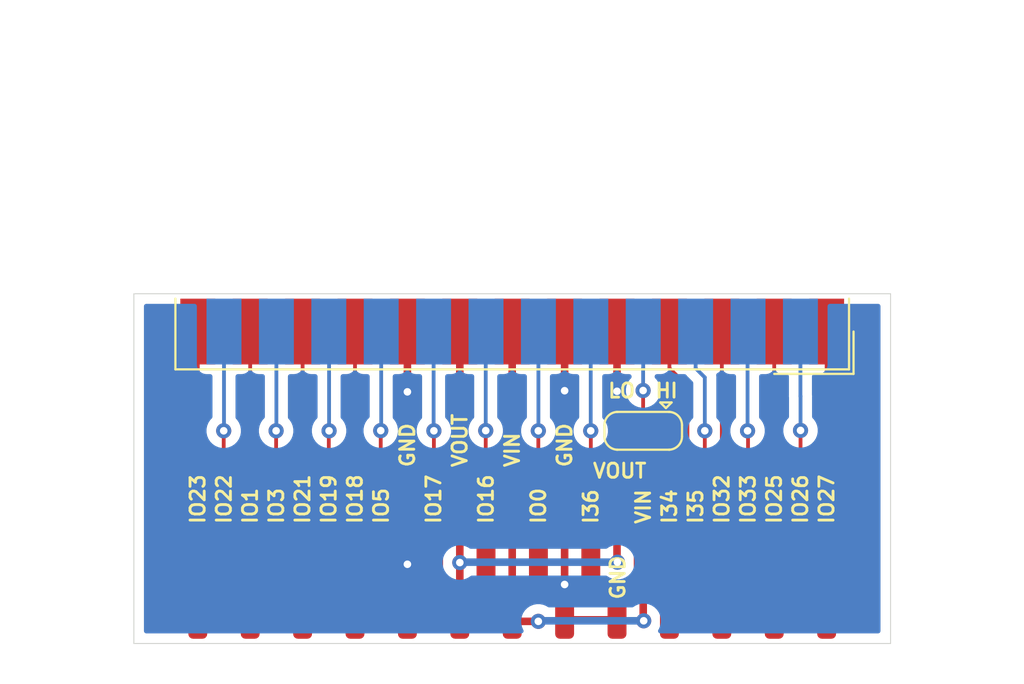
<source format=kicad_pcb>
(kicad_pcb (version 20171130) (host pcbnew "(5.1.6)-1")

  (general
    (thickness 1.6)
    (drawings 32)
    (tracks 117)
    (zones 0)
    (modules 32)
    (nets 24)
  )

  (page A4)
  (layers
    (0 F.Cu signal)
    (31 B.Cu signal)
    (32 B.Adhes user)
    (33 F.Adhes user)
    (34 B.Paste user)
    (35 F.Paste user)
    (36 B.SilkS user)
    (37 F.SilkS user)
    (38 B.Mask user hide)
    (39 F.Mask user hide)
    (40 Dwgs.User user)
    (41 Cmts.User user)
    (42 Eco1.User user)
    (43 Eco2.User user)
    (44 Edge.Cuts user)
    (45 Margin user)
    (46 B.CrtYd user)
    (47 F.CrtYd user)
    (48 B.Fab user)
    (49 F.Fab user)
  )

  (setup
    (last_trace_width 0.2)
    (user_trace_width 0.2)
    (user_trace_width 0.4)
    (user_trace_width 1)
    (trace_clearance 0.15)
    (zone_clearance 0.508)
    (zone_45_only no)
    (trace_min 0.2)
    (via_size 0.8)
    (via_drill 0.4)
    (via_min_size 0.4)
    (via_min_drill 0.3)
    (uvia_size 0.3)
    (uvia_drill 0.1)
    (uvias_allowed no)
    (uvia_min_size 0.2)
    (uvia_min_drill 0.1)
    (edge_width 0.05)
    (segment_width 0.2)
    (pcb_text_width 0.3)
    (pcb_text_size 1.5 1.5)
    (mod_edge_width 0.12)
    (mod_text_size 1 1)
    (mod_text_width 0.15)
    (pad_size 1 2)
    (pad_drill 0)
    (pad_to_mask_clearance 0.05)
    (aux_axis_origin 0 0)
    (visible_elements 7EFFFFFF)
    (pcbplotparams
      (layerselection 0x010fc_ffffffff)
      (usegerberextensions false)
      (usegerberattributes false)
      (usegerberadvancedattributes false)
      (creategerberjobfile false)
      (excludeedgelayer true)
      (linewidth 0.100000)
      (plotframeref false)
      (viasonmask false)
      (mode 1)
      (useauxorigin false)
      (hpglpennumber 1)
      (hpglpenspeed 20)
      (hpglpendiameter 15.000000)
      (psnegative false)
      (psa4output false)
      (plotreference true)
      (plotvalue false)
      (plotinvisibletext false)
      (padsonsilk true)
      (subtractmaskfromsilk false)
      (outputformat 1)
      (mirror false)
      (drillshape 0)
      (scaleselection 1)
      (outputdirectory "gerber/"))
  )

  (net 0 "")
  (net 1 /IO22)
  (net 2 /IO3)
  (net 3 /IO19)
  (net 4 /IO5)
  (net 5 /IO17)
  (net 6 /IO16)
  (net 7 /IO0)
  (net 8 /I36)
  (net 9 /I39)
  (net 10 /I35)
  (net 11 /IO33)
  (net 12 /IO26)
  (net 13 /IO23)
  (net 14 /IO1)
  (net 15 /IO21)
  (net 16 /IO18)
  (net 17 /GND)
  (net 18 /VOUT)
  (net 19 /VIN)
  (net 20 /I34)
  (net 21 /IO32)
  (net 22 /IO25)
  (net 23 /IO27)

  (net_class Default "This is the default net class."
    (clearance 0.15)
    (trace_width 0.2)
    (via_dia 0.8)
    (via_drill 0.4)
    (uvia_dia 0.3)
    (uvia_drill 0.1)
    (add_net /GND)
    (add_net /I34)
    (add_net /I35)
    (add_net /I36)
    (add_net /I39)
    (add_net /IO0)
    (add_net /IO1)
    (add_net /IO16)
    (add_net /IO17)
    (add_net /IO18)
    (add_net /IO19)
    (add_net /IO21)
    (add_net /IO22)
    (add_net /IO23)
    (add_net /IO25)
    (add_net /IO26)
    (add_net /IO27)
    (add_net /IO3)
    (add_net /IO32)
    (add_net /IO33)
    (add_net /IO5)
    (add_net /VIN)
    (add_net /VOUT)
  )

  (module passthrough:SolderJumper-3_P1.3mm_Open_RoundedPad1.0x1.5mm (layer F.Cu) (tedit 5B391EB7) (tstamp 5F4DAC16)
    (at 6.925 -2 180)
    (descr "SMD Solder 3-pad Jumper, 1x1.5mm rounded Pads, 0.3mm gap, open")
    (tags "solder jumper open")
    (path /5F4DC17C)
    (attr virtual)
    (fp_text reference JP1 (at 0 -1.8) (layer F.SilkS) hide
      (effects (font (size 1 1) (thickness 0.15)))
    )
    (fp_text value SolderJumper_3_Open (at 0 1.9) (layer F.Fab)
      (effects (font (size 1 1) (thickness 0.15)))
    )
    (fp_line (start -1.2 1.2) (end -0.9 1.5) (layer F.SilkS) (width 0.12))
    (fp_line (start -1.5 1.5) (end -0.9 1.5) (layer F.SilkS) (width 0.12))
    (fp_line (start -1.2 1.2) (end -1.5 1.5) (layer F.SilkS) (width 0.12))
    (fp_line (start -2.05 0.3) (end -2.05 -0.3) (layer F.SilkS) (width 0.12))
    (fp_line (start 1.4 1) (end -1.4 1) (layer F.SilkS) (width 0.12))
    (fp_line (start 2.05 -0.3) (end 2.05 0.3) (layer F.SilkS) (width 0.12))
    (fp_line (start -1.4 -1) (end 1.4 -1) (layer F.SilkS) (width 0.12))
    (fp_line (start -2.3 -1.25) (end 2.3 -1.25) (layer F.CrtYd) (width 0.05))
    (fp_line (start -2.3 -1.25) (end -2.3 1.25) (layer F.CrtYd) (width 0.05))
    (fp_line (start 2.3 1.25) (end 2.3 -1.25) (layer F.CrtYd) (width 0.05))
    (fp_line (start 2.3 1.25) (end -2.3 1.25) (layer F.CrtYd) (width 0.05))
    (fp_arc (start -1.35 -0.3) (end -1.35 -1) (angle -90) (layer F.SilkS) (width 0.12))
    (fp_arc (start -1.35 0.3) (end -2.05 0.3) (angle -90) (layer F.SilkS) (width 0.12))
    (fp_arc (start 1.35 0.3) (end 1.35 1) (angle -90) (layer F.SilkS) (width 0.12))
    (fp_arc (start 1.35 -0.3) (end 2.05 -0.3) (angle -90) (layer F.SilkS) (width 0.12))
    (pad 2 smd rect (at 0 0 180) (size 1 1.5) (layers F.Cu F.Mask)
      (net 9 /I39))
    (pad 3 smd custom (at 1.3 0 180) (size 1 0.5) (layers F.Cu F.Mask)
      (net 17 /GND) (zone_connect 2)
      (options (clearance outline) (anchor rect))
      (primitives
        (gr_circle (center 0 0.25) (end 0.5 0.25) (width 0))
        (gr_circle (center 0 -0.25) (end 0.5 -0.25) (width 0))
        (gr_poly (pts
           (xy -0.55 -0.75) (xy 0 -0.75) (xy 0 0.75) (xy -0.55 0.75)) (width 0))
      ))
    (pad 1 smd custom (at -1.3 0 180) (size 1 0.5) (layers F.Cu F.Mask)
      (net 18 /VOUT) (zone_connect 2)
      (options (clearance outline) (anchor rect))
      (primitives
        (gr_circle (center 0 0.25) (end 0.5 0.25) (width 0))
        (gr_circle (center 0 -0.25) (end 0.5 -0.25) (width 0))
        (gr_poly (pts
           (xy 0.55 -0.75) (xy 0 -0.75) (xy 0 0.75) (xy 0.55 0.75)) (width 0))
      ))
  )

  (module passthrough:SolderWirePad_1x01_SMD_1x2mm (layer F.Cu) (tedit 5DD6EB27) (tstamp 5F43C9F3)
    (at 5.54 2)
    (descr "Wire Pad, Square, SMD Pad,  5mm x 10mm,")
    (tags "MesurementPoint Square SMDPad 5mmx10mm ")
    (path /5F4C8C59)
    (attr virtual)
    (fp_text reference J31 (at 0 -2.54) (layer F.SilkS) hide
      (effects (font (size 1 1) (thickness 0.15)))
    )
    (fp_text value Conn_01x01 (at 0 2.54) (layer F.Fab)
      (effects (font (size 1 1) (thickness 0.15)))
    )
    (fp_line (start 0.63 -1.27) (end -0.63 -1.27) (layer F.CrtYd) (width 0.05))
    (fp_line (start 0.63 1.27) (end 0.63 -1.27) (layer F.CrtYd) (width 0.05))
    (fp_line (start -0.63 1.27) (end 0.63 1.27) (layer F.CrtYd) (width 0.05))
    (fp_line (start -0.63 -1.27) (end -0.63 1.27) (layer F.CrtYd) (width 0.05))
    (fp_line (start -0.63 -1.27) (end 0.63 -1.27) (layer F.Fab) (width 0.1))
    (fp_line (start 0.63 -1.27) (end 0.63 1.27) (layer F.Fab) (width 0.1))
    (fp_line (start 0.63 1.27) (end -0.63 1.27) (layer F.Fab) (width 0.1))
    (fp_line (start -0.63 1.27) (end -0.63 -1.27) (layer F.Fab) (width 0.1))
    (fp_text user %R (at 0 0) (layer F.Fab)
      (effects (font (size 1 1) (thickness 0.15)))
    )
    (pad 1 smd roundrect (at 0 0) (size 1 2) (layers F.Cu F.Paste F.Mask) (roundrect_rratio 0.25)
      (net 18 /VOUT))
  )

  (module passthrough:SolderWirePad_1x01_SMD_1x2mm (layer F.Cu) (tedit 5DD6EB27) (tstamp 5F43C9D2)
    (at 2.77 2)
    (descr "Wire Pad, Square, SMD Pad,  5mm x 10mm,")
    (tags "MesurementPoint Square SMDPad 5mmx10mm ")
    (path /5F4C8C53)
    (attr virtual)
    (fp_text reference J30 (at 0 -2.54) (layer F.SilkS) hide
      (effects (font (size 1 1) (thickness 0.15)))
    )
    (fp_text value Conn_01x01 (at 0 2.54) (layer F.Fab)
      (effects (font (size 1 1) (thickness 0.15)))
    )
    (fp_line (start 0.63 -1.27) (end -0.63 -1.27) (layer F.CrtYd) (width 0.05))
    (fp_line (start 0.63 1.27) (end 0.63 -1.27) (layer F.CrtYd) (width 0.05))
    (fp_line (start -0.63 1.27) (end 0.63 1.27) (layer F.CrtYd) (width 0.05))
    (fp_line (start -0.63 -1.27) (end -0.63 1.27) (layer F.CrtYd) (width 0.05))
    (fp_line (start -0.63 -1.27) (end 0.63 -1.27) (layer F.Fab) (width 0.1))
    (fp_line (start 0.63 -1.27) (end 0.63 1.27) (layer F.Fab) (width 0.1))
    (fp_line (start 0.63 1.27) (end -0.63 1.27) (layer F.Fab) (width 0.1))
    (fp_line (start -0.63 1.27) (end -0.63 -1.27) (layer F.Fab) (width 0.1))
    (fp_text user %R (at 0 0) (layer F.Fab)
      (effects (font (size 1 1) (thickness 0.15)))
    )
    (pad 1 smd roundrect (at 0 0) (size 1 2) (layers F.Cu F.Paste F.Mask) (roundrect_rratio 0.25)
      (net 17 /GND))
  )

  (module passthrough:SolderWirePad_1x01_SMD_1x2mm (layer F.Cu) (tedit 5DD6EB27) (tstamp 5F43C9B1)
    (at 6.925 5)
    (descr "Wire Pad, Square, SMD Pad,  5mm x 10mm,")
    (tags "MesurementPoint Square SMDPad 5mmx10mm ")
    (path /5F4C8C4D)
    (attr virtual)
    (fp_text reference J29 (at 0 -2.54) (layer F.SilkS) hide
      (effects (font (size 1 1) (thickness 0.15)))
    )
    (fp_text value Conn_01x01 (at 0 2.54) (layer F.Fab)
      (effects (font (size 1 1) (thickness 0.15)))
    )
    (fp_line (start 0.63 -1.27) (end -0.63 -1.27) (layer F.CrtYd) (width 0.05))
    (fp_line (start 0.63 1.27) (end 0.63 -1.27) (layer F.CrtYd) (width 0.05))
    (fp_line (start -0.63 1.27) (end 0.63 1.27) (layer F.CrtYd) (width 0.05))
    (fp_line (start -0.63 -1.27) (end -0.63 1.27) (layer F.CrtYd) (width 0.05))
    (fp_line (start -0.63 -1.27) (end 0.63 -1.27) (layer F.Fab) (width 0.1))
    (fp_line (start 0.63 -1.27) (end 0.63 1.27) (layer F.Fab) (width 0.1))
    (fp_line (start 0.63 1.27) (end -0.63 1.27) (layer F.Fab) (width 0.1))
    (fp_line (start -0.63 1.27) (end -0.63 -1.27) (layer F.Fab) (width 0.1))
    (fp_text user %R (at 0 0) (layer F.Fab)
      (effects (font (size 1 1) (thickness 0.15)))
    )
    (pad 1 smd roundrect (at 0 0) (size 1 2) (layers F.Cu F.Paste F.Mask) (roundrect_rratio 0.25)
      (net 19 /VIN))
  )

  (module passthrough:SolderWirePad_1x01_SMD_1x2mm (layer F.Cu) (tedit 5DD6EB27) (tstamp 5F43C92D)
    (at 16.62 8)
    (descr "Wire Pad, Square, SMD Pad,  5mm x 10mm,")
    (tags "MesurementPoint Square SMDPad 5mmx10mm ")
    (path /5F48D4A9)
    (attr virtual)
    (fp_text reference J28 (at 0 -2.54) (layer F.SilkS) hide
      (effects (font (size 1 1) (thickness 0.15)))
    )
    (fp_text value Conn_01x01 (at 0 2.54) (layer F.Fab)
      (effects (font (size 1 1) (thickness 0.15)))
    )
    (fp_line (start 0.63 -1.27) (end -0.63 -1.27) (layer F.CrtYd) (width 0.05))
    (fp_line (start 0.63 1.27) (end 0.63 -1.27) (layer F.CrtYd) (width 0.05))
    (fp_line (start -0.63 1.27) (end 0.63 1.27) (layer F.CrtYd) (width 0.05))
    (fp_line (start -0.63 -1.27) (end -0.63 1.27) (layer F.CrtYd) (width 0.05))
    (fp_line (start -0.63 -1.27) (end 0.63 -1.27) (layer F.Fab) (width 0.1))
    (fp_line (start 0.63 -1.27) (end 0.63 1.27) (layer F.Fab) (width 0.1))
    (fp_line (start 0.63 1.27) (end -0.63 1.27) (layer F.Fab) (width 0.1))
    (fp_line (start -0.63 1.27) (end -0.63 -1.27) (layer F.Fab) (width 0.1))
    (fp_text user %R (at 0 0) (layer F.Fab)
      (effects (font (size 1 1) (thickness 0.15)))
    )
    (pad 1 smd roundrect (at 0 0) (size 1 2) (layers F.Cu F.Paste F.Mask) (roundrect_rratio 0.25)
      (net 23 /IO27))
  )

  (module passthrough:SolderWirePad_1x01_SMD_1x2mm (layer F.Cu) (tedit 5DD6EB27) (tstamp 5F43C90C)
    (at 15.235 5)
    (descr "Wire Pad, Square, SMD Pad,  5mm x 10mm,")
    (tags "MesurementPoint Square SMDPad 5mmx10mm ")
    (path /5F48D19B)
    (attr virtual)
    (fp_text reference J27 (at 0 -2.54) (layer F.SilkS) hide
      (effects (font (size 1 1) (thickness 0.15)))
    )
    (fp_text value Conn_01x01 (at 0 2.54) (layer F.Fab)
      (effects (font (size 1 1) (thickness 0.15)))
    )
    (fp_line (start 0.63 -1.27) (end -0.63 -1.27) (layer F.CrtYd) (width 0.05))
    (fp_line (start 0.63 1.27) (end 0.63 -1.27) (layer F.CrtYd) (width 0.05))
    (fp_line (start -0.63 1.27) (end 0.63 1.27) (layer F.CrtYd) (width 0.05))
    (fp_line (start -0.63 -1.27) (end -0.63 1.27) (layer F.CrtYd) (width 0.05))
    (fp_line (start -0.63 -1.27) (end 0.63 -1.27) (layer F.Fab) (width 0.1))
    (fp_line (start 0.63 -1.27) (end 0.63 1.27) (layer F.Fab) (width 0.1))
    (fp_line (start 0.63 1.27) (end -0.63 1.27) (layer F.Fab) (width 0.1))
    (fp_line (start -0.63 1.27) (end -0.63 -1.27) (layer F.Fab) (width 0.1))
    (fp_text user %R (at 0 0) (layer F.Fab)
      (effects (font (size 1 1) (thickness 0.15)))
    )
    (pad 1 smd roundrect (at 0 0) (size 1 2) (layers F.Cu F.Paste F.Mask) (roundrect_rratio 0.25)
      (net 12 /IO26))
  )

  (module passthrough:SolderWirePad_1x01_SMD_1x2mm (layer F.Cu) (tedit 5DD6EB27) (tstamp 5F43C8EB)
    (at 13.85 8)
    (descr "Wire Pad, Square, SMD Pad,  5mm x 10mm,")
    (tags "MesurementPoint Square SMDPad 5mmx10mm ")
    (path /5F46474D)
    (attr virtual)
    (fp_text reference J26 (at 0 -2.54) (layer F.SilkS) hide
      (effects (font (size 1 1) (thickness 0.15)))
    )
    (fp_text value Conn_01x01 (at 0 2.54) (layer F.Fab)
      (effects (font (size 1 1) (thickness 0.15)))
    )
    (fp_line (start 0.63 -1.27) (end -0.63 -1.27) (layer F.CrtYd) (width 0.05))
    (fp_line (start 0.63 1.27) (end 0.63 -1.27) (layer F.CrtYd) (width 0.05))
    (fp_line (start -0.63 1.27) (end 0.63 1.27) (layer F.CrtYd) (width 0.05))
    (fp_line (start -0.63 -1.27) (end -0.63 1.27) (layer F.CrtYd) (width 0.05))
    (fp_line (start -0.63 -1.27) (end 0.63 -1.27) (layer F.Fab) (width 0.1))
    (fp_line (start 0.63 -1.27) (end 0.63 1.27) (layer F.Fab) (width 0.1))
    (fp_line (start 0.63 1.27) (end -0.63 1.27) (layer F.Fab) (width 0.1))
    (fp_line (start -0.63 1.27) (end -0.63 -1.27) (layer F.Fab) (width 0.1))
    (fp_text user %R (at 0 0) (layer F.Fab)
      (effects (font (size 1 1) (thickness 0.15)))
    )
    (pad 1 smd roundrect (at 0 0) (size 1 2) (layers F.Cu F.Paste F.Mask) (roundrect_rratio 0.25)
      (net 22 /IO25))
  )

  (module passthrough:SolderWirePad_1x01_SMD_1x2mm (layer F.Cu) (tedit 5DD6EB27) (tstamp 5F43C8CA)
    (at 12.465 5)
    (descr "Wire Pad, Square, SMD Pad,  5mm x 10mm,")
    (tags "MesurementPoint Square SMDPad 5mmx10mm ")
    (path /5F464449)
    (attr virtual)
    (fp_text reference J25 (at 0 -2.54) (layer F.SilkS) hide
      (effects (font (size 1 1) (thickness 0.15)))
    )
    (fp_text value Conn_01x01 (at 0 2.54) (layer F.Fab)
      (effects (font (size 1 1) (thickness 0.15)))
    )
    (fp_line (start 0.63 -1.27) (end -0.63 -1.27) (layer F.CrtYd) (width 0.05))
    (fp_line (start 0.63 1.27) (end 0.63 -1.27) (layer F.CrtYd) (width 0.05))
    (fp_line (start -0.63 1.27) (end 0.63 1.27) (layer F.CrtYd) (width 0.05))
    (fp_line (start -0.63 -1.27) (end -0.63 1.27) (layer F.CrtYd) (width 0.05))
    (fp_line (start -0.63 -1.27) (end 0.63 -1.27) (layer F.Fab) (width 0.1))
    (fp_line (start 0.63 -1.27) (end 0.63 1.27) (layer F.Fab) (width 0.1))
    (fp_line (start 0.63 1.27) (end -0.63 1.27) (layer F.Fab) (width 0.1))
    (fp_line (start -0.63 1.27) (end -0.63 -1.27) (layer F.Fab) (width 0.1))
    (fp_text user %R (at 0 0) (layer F.Fab)
      (effects (font (size 1 1) (thickness 0.15)))
    )
    (pad 1 smd roundrect (at 0 0) (size 1 2) (layers F.Cu F.Paste F.Mask) (roundrect_rratio 0.25)
      (net 11 /IO33))
  )

  (module passthrough:SolderWirePad_1x01_SMD_1x2mm (layer F.Cu) (tedit 5DD6EB27) (tstamp 5F43C8A9)
    (at 11.08 8)
    (descr "Wire Pad, Square, SMD Pad,  5mm x 10mm,")
    (tags "MesurementPoint Square SMDPad 5mmx10mm ")
    (path /5F464180)
    (attr virtual)
    (fp_text reference J24 (at 0 -2.54) (layer F.SilkS) hide
      (effects (font (size 1 1) (thickness 0.15)))
    )
    (fp_text value Conn_01x01 (at 0 2.54) (layer F.Fab)
      (effects (font (size 1 1) (thickness 0.15)))
    )
    (fp_line (start 0.63 -1.27) (end -0.63 -1.27) (layer F.CrtYd) (width 0.05))
    (fp_line (start 0.63 1.27) (end 0.63 -1.27) (layer F.CrtYd) (width 0.05))
    (fp_line (start -0.63 1.27) (end 0.63 1.27) (layer F.CrtYd) (width 0.05))
    (fp_line (start -0.63 -1.27) (end -0.63 1.27) (layer F.CrtYd) (width 0.05))
    (fp_line (start -0.63 -1.27) (end 0.63 -1.27) (layer F.Fab) (width 0.1))
    (fp_line (start 0.63 -1.27) (end 0.63 1.27) (layer F.Fab) (width 0.1))
    (fp_line (start 0.63 1.27) (end -0.63 1.27) (layer F.Fab) (width 0.1))
    (fp_line (start -0.63 1.27) (end -0.63 -1.27) (layer F.Fab) (width 0.1))
    (fp_text user %R (at 0 0) (layer F.Fab)
      (effects (font (size 1 1) (thickness 0.15)))
    )
    (pad 1 smd roundrect (at 0 0) (size 1 2) (layers F.Cu F.Paste F.Mask) (roundrect_rratio 0.25)
      (net 21 /IO32))
  )

  (module passthrough:SolderWirePad_1x01_SMD_1x2mm (layer F.Cu) (tedit 5DD6EB27) (tstamp 5F43C888)
    (at 9.695 5)
    (descr "Wire Pad, Square, SMD Pad,  5mm x 10mm,")
    (tags "MesurementPoint Square SMDPad 5mmx10mm ")
    (path /5F463E79)
    (attr virtual)
    (fp_text reference J23 (at 0 -2.54) (layer F.SilkS) hide
      (effects (font (size 1 1) (thickness 0.15)))
    )
    (fp_text value Conn_01x01 (at 0 2.54) (layer F.Fab)
      (effects (font (size 1 1) (thickness 0.15)))
    )
    (fp_line (start 0.63 -1.27) (end -0.63 -1.27) (layer F.CrtYd) (width 0.05))
    (fp_line (start 0.63 1.27) (end 0.63 -1.27) (layer F.CrtYd) (width 0.05))
    (fp_line (start -0.63 1.27) (end 0.63 1.27) (layer F.CrtYd) (width 0.05))
    (fp_line (start -0.63 -1.27) (end -0.63 1.27) (layer F.CrtYd) (width 0.05))
    (fp_line (start -0.63 -1.27) (end 0.63 -1.27) (layer F.Fab) (width 0.1))
    (fp_line (start 0.63 -1.27) (end 0.63 1.27) (layer F.Fab) (width 0.1))
    (fp_line (start 0.63 1.27) (end -0.63 1.27) (layer F.Fab) (width 0.1))
    (fp_line (start -0.63 1.27) (end -0.63 -1.27) (layer F.Fab) (width 0.1))
    (fp_text user %R (at 0 0) (layer F.Fab)
      (effects (font (size 1 1) (thickness 0.15)))
    )
    (pad 1 smd roundrect (at 0 0) (size 1 2) (layers F.Cu F.Paste F.Mask) (roundrect_rratio 0.25)
      (net 10 /I35))
  )

  (module passthrough:SolderWirePad_1x01_SMD_1x2mm (layer F.Cu) (tedit 5DD6EB27) (tstamp 5F43C867)
    (at 8.31 8)
    (descr "Wire Pad, Square, SMD Pad,  5mm x 10mm,")
    (tags "MesurementPoint Square SMDPad 5mmx10mm ")
    (path /5F463BA8)
    (attr virtual)
    (fp_text reference J22 (at 0 -2.54) (layer F.SilkS) hide
      (effects (font (size 1 1) (thickness 0.15)))
    )
    (fp_text value Conn_01x01 (at 0 2.54) (layer F.Fab)
      (effects (font (size 1 1) (thickness 0.15)))
    )
    (fp_line (start 0.63 -1.27) (end -0.63 -1.27) (layer F.CrtYd) (width 0.05))
    (fp_line (start 0.63 1.27) (end 0.63 -1.27) (layer F.CrtYd) (width 0.05))
    (fp_line (start -0.63 1.27) (end 0.63 1.27) (layer F.CrtYd) (width 0.05))
    (fp_line (start -0.63 -1.27) (end -0.63 1.27) (layer F.CrtYd) (width 0.05))
    (fp_line (start -0.63 -1.27) (end 0.63 -1.27) (layer F.Fab) (width 0.1))
    (fp_line (start 0.63 -1.27) (end 0.63 1.27) (layer F.Fab) (width 0.1))
    (fp_line (start 0.63 1.27) (end -0.63 1.27) (layer F.Fab) (width 0.1))
    (fp_line (start -0.63 1.27) (end -0.63 -1.27) (layer F.Fab) (width 0.1))
    (fp_text user %R (at 0 0) (layer F.Fab)
      (effects (font (size 1 1) (thickness 0.15)))
    )
    (pad 1 smd roundrect (at 0 0) (size 1 2) (layers F.Cu F.Paste F.Mask) (roundrect_rratio 0.25)
      (net 20 /I34))
  )

  (module passthrough:SolderWirePad_1x01_SMD_1x2mm (layer F.Cu) (tedit 5DD6EB27) (tstamp 5F43C825)
    (at 5.54 8)
    (descr "Wire Pad, Square, SMD Pad,  5mm x 10mm,")
    (tags "MesurementPoint Square SMDPad 5mmx10mm ")
    (path /5F446D3B)
    (attr virtual)
    (fp_text reference J21 (at 0 -2.54) (layer F.SilkS) hide
      (effects (font (size 1 1) (thickness 0.15)))
    )
    (fp_text value Conn_01x01 (at 0 2.54) (layer F.Fab)
      (effects (font (size 1 1) (thickness 0.15)))
    )
    (fp_line (start 0.63 -1.27) (end -0.63 -1.27) (layer F.CrtYd) (width 0.05))
    (fp_line (start 0.63 1.27) (end 0.63 -1.27) (layer F.CrtYd) (width 0.05))
    (fp_line (start -0.63 1.27) (end 0.63 1.27) (layer F.CrtYd) (width 0.05))
    (fp_line (start -0.63 -1.27) (end -0.63 1.27) (layer F.CrtYd) (width 0.05))
    (fp_line (start -0.63 -1.27) (end 0.63 -1.27) (layer F.Fab) (width 0.1))
    (fp_line (start 0.63 -1.27) (end 0.63 1.27) (layer F.Fab) (width 0.1))
    (fp_line (start 0.63 1.27) (end -0.63 1.27) (layer F.Fab) (width 0.1))
    (fp_line (start -0.63 1.27) (end -0.63 -1.27) (layer F.Fab) (width 0.1))
    (fp_text user %R (at 0 0) (layer F.Fab)
      (effects (font (size 1 1) (thickness 0.15)))
    )
    (pad 1 smd roundrect (at 0 0) (size 1 2) (layers F.Cu F.Paste F.Mask) (roundrect_rratio 0.25)
      (net 17 /GND))
  )

  (module passthrough:SolderWirePad_1x01_SMD_1x2mm (layer F.Cu) (tedit 5DD6EB27) (tstamp 5F43C804)
    (at 4.155 5)
    (descr "Wire Pad, Square, SMD Pad,  5mm x 10mm,")
    (tags "MesurementPoint Square SMDPad 5mmx10mm ")
    (path /5F446B0A)
    (attr virtual)
    (fp_text reference J20 (at 0 -2.54) (layer F.SilkS) hide
      (effects (font (size 1 1) (thickness 0.15)))
    )
    (fp_text value Conn_01x01 (at 0 2.54) (layer F.Fab)
      (effects (font (size 1 1) (thickness 0.15)))
    )
    (fp_line (start 0.63 -1.27) (end -0.63 -1.27) (layer F.CrtYd) (width 0.05))
    (fp_line (start 0.63 1.27) (end 0.63 -1.27) (layer F.CrtYd) (width 0.05))
    (fp_line (start -0.63 1.27) (end 0.63 1.27) (layer F.CrtYd) (width 0.05))
    (fp_line (start -0.63 -1.27) (end -0.63 1.27) (layer F.CrtYd) (width 0.05))
    (fp_line (start -0.63 -1.27) (end 0.63 -1.27) (layer F.Fab) (width 0.1))
    (fp_line (start 0.63 -1.27) (end 0.63 1.27) (layer F.Fab) (width 0.1))
    (fp_line (start 0.63 1.27) (end -0.63 1.27) (layer F.Fab) (width 0.1))
    (fp_line (start -0.63 1.27) (end -0.63 -1.27) (layer F.Fab) (width 0.1))
    (fp_text user %R (at 0 0) (layer F.Fab)
      (effects (font (size 1 1) (thickness 0.15)))
    )
    (pad 1 smd roundrect (at 0 0) (size 1 2) (layers F.Cu F.Paste F.Mask) (roundrect_rratio 0.25)
      (net 8 /I36))
  )

  (module passthrough:SolderWirePad_1x01_SMD_1x2mm (layer F.Cu) (tedit 5DD6EB27) (tstamp 5F43C7E3)
    (at 2.77 8)
    (descr "Wire Pad, Square, SMD Pad,  5mm x 10mm,")
    (tags "MesurementPoint Square SMDPad 5mmx10mm ")
    (path /5F4468FA)
    (attr virtual)
    (fp_text reference J19 (at 0 -2.54) (layer F.SilkS) hide
      (effects (font (size 1 1) (thickness 0.15)))
    )
    (fp_text value Conn_01x01 (at 0 2.54) (layer F.Fab)
      (effects (font (size 1 1) (thickness 0.15)))
    )
    (fp_line (start 0.63 -1.27) (end -0.63 -1.27) (layer F.CrtYd) (width 0.05))
    (fp_line (start 0.63 1.27) (end 0.63 -1.27) (layer F.CrtYd) (width 0.05))
    (fp_line (start -0.63 1.27) (end 0.63 1.27) (layer F.CrtYd) (width 0.05))
    (fp_line (start -0.63 -1.27) (end -0.63 1.27) (layer F.CrtYd) (width 0.05))
    (fp_line (start -0.63 -1.27) (end 0.63 -1.27) (layer F.Fab) (width 0.1))
    (fp_line (start 0.63 -1.27) (end 0.63 1.27) (layer F.Fab) (width 0.1))
    (fp_line (start 0.63 1.27) (end -0.63 1.27) (layer F.Fab) (width 0.1))
    (fp_line (start -0.63 1.27) (end -0.63 -1.27) (layer F.Fab) (width 0.1))
    (fp_text user %R (at 0 0) (layer F.Fab)
      (effects (font (size 1 1) (thickness 0.15)))
    )
    (pad 1 smd roundrect (at 0 0) (size 1 2) (layers F.Cu F.Paste F.Mask) (roundrect_rratio 0.25)
      (net 17 /GND))
  )

  (module passthrough:SolderWirePad_1x01_SMD_1x2mm (layer F.Cu) (tedit 5DD6EB27) (tstamp 5F43C7C2)
    (at 1.385 5)
    (descr "Wire Pad, Square, SMD Pad,  5mm x 10mm,")
    (tags "MesurementPoint Square SMDPad 5mmx10mm ")
    (path /5F44668E)
    (attr virtual)
    (fp_text reference J18 (at 0 -2.54) (layer F.SilkS) hide
      (effects (font (size 1 1) (thickness 0.15)))
    )
    (fp_text value Conn_01x01 (at 0 2.54) (layer F.Fab)
      (effects (font (size 1 1) (thickness 0.15)))
    )
    (fp_line (start 0.63 -1.27) (end -0.63 -1.27) (layer F.CrtYd) (width 0.05))
    (fp_line (start 0.63 1.27) (end 0.63 -1.27) (layer F.CrtYd) (width 0.05))
    (fp_line (start -0.63 1.27) (end 0.63 1.27) (layer F.CrtYd) (width 0.05))
    (fp_line (start -0.63 -1.27) (end -0.63 1.27) (layer F.CrtYd) (width 0.05))
    (fp_line (start -0.63 -1.27) (end 0.63 -1.27) (layer F.Fab) (width 0.1))
    (fp_line (start 0.63 -1.27) (end 0.63 1.27) (layer F.Fab) (width 0.1))
    (fp_line (start 0.63 1.27) (end -0.63 1.27) (layer F.Fab) (width 0.1))
    (fp_line (start -0.63 1.27) (end -0.63 -1.27) (layer F.Fab) (width 0.1))
    (fp_text user %R (at 0 0) (layer F.Fab)
      (effects (font (size 1 1) (thickness 0.15)))
    )
    (pad 1 smd roundrect (at 0 0) (size 1 2) (layers F.Cu F.Paste F.Mask) (roundrect_rratio 0.25)
      (net 7 /IO0))
  )

  (module passthrough:SolderWirePad_1x01_SMD_1x2mm (layer F.Cu) (tedit 5DD6EB27) (tstamp 5F446339)
    (at 0 8)
    (descr "Wire Pad, Square, SMD Pad,  5mm x 10mm,")
    (tags "MesurementPoint Square SMDPad 5mmx10mm ")
    (path /5F446432)
    (attr virtual)
    (fp_text reference J17 (at 0 -2.54) (layer F.SilkS) hide
      (effects (font (size 1 1) (thickness 0.15)))
    )
    (fp_text value Conn_01x01 (at 0 2.54) (layer F.Fab)
      (effects (font (size 1 1) (thickness 0.15)))
    )
    (fp_line (start 0.63 -1.27) (end -0.63 -1.27) (layer F.CrtYd) (width 0.05))
    (fp_line (start 0.63 1.27) (end 0.63 -1.27) (layer F.CrtYd) (width 0.05))
    (fp_line (start -0.63 1.27) (end 0.63 1.27) (layer F.CrtYd) (width 0.05))
    (fp_line (start -0.63 -1.27) (end -0.63 1.27) (layer F.CrtYd) (width 0.05))
    (fp_line (start -0.63 -1.27) (end 0.63 -1.27) (layer F.Fab) (width 0.1))
    (fp_line (start 0.63 -1.27) (end 0.63 1.27) (layer F.Fab) (width 0.1))
    (fp_line (start 0.63 1.27) (end -0.63 1.27) (layer F.Fab) (width 0.1))
    (fp_line (start -0.63 1.27) (end -0.63 -1.27) (layer F.Fab) (width 0.1))
    (fp_text user %R (at 0 0) (layer F.Fab)
      (effects (font (size 1 1) (thickness 0.15)))
    )
    (pad 1 smd roundrect (at 0 0) (size 1 2) (layers F.Cu F.Paste F.Mask) (roundrect_rratio 0.25)
      (net 19 /VIN))
  )

  (module passthrough:SolderWirePad_1x01_SMD_1x2mm (layer F.Cu) (tedit 5DD6EB27) (tstamp 5F43C780)
    (at -1.385 5)
    (descr "Wire Pad, Square, SMD Pad,  5mm x 10mm,")
    (tags "MesurementPoint Square SMDPad 5mmx10mm ")
    (path /5F44621C)
    (attr virtual)
    (fp_text reference J16 (at 0 -2.54) (layer F.SilkS) hide
      (effects (font (size 1 1) (thickness 0.15)))
    )
    (fp_text value Conn_01x01 (at 0 2.54) (layer F.Fab)
      (effects (font (size 1 1) (thickness 0.15)))
    )
    (fp_line (start 0.63 -1.27) (end -0.63 -1.27) (layer F.CrtYd) (width 0.05))
    (fp_line (start 0.63 1.27) (end 0.63 -1.27) (layer F.CrtYd) (width 0.05))
    (fp_line (start -0.63 1.27) (end 0.63 1.27) (layer F.CrtYd) (width 0.05))
    (fp_line (start -0.63 -1.27) (end -0.63 1.27) (layer F.CrtYd) (width 0.05))
    (fp_line (start -0.63 -1.27) (end 0.63 -1.27) (layer F.Fab) (width 0.1))
    (fp_line (start 0.63 -1.27) (end 0.63 1.27) (layer F.Fab) (width 0.1))
    (fp_line (start 0.63 1.27) (end -0.63 1.27) (layer F.Fab) (width 0.1))
    (fp_line (start -0.63 1.27) (end -0.63 -1.27) (layer F.Fab) (width 0.1))
    (fp_text user %R (at 0 0) (layer F.Fab)
      (effects (font (size 1 1) (thickness 0.15)))
    )
    (pad 1 smd roundrect (at 0 0) (size 1 2) (layers F.Cu F.Paste F.Mask) (roundrect_rratio 0.25)
      (net 6 /IO16))
  )

  (module passthrough:SolderWirePad_1x01_SMD_1x2mm (layer F.Cu) (tedit 5DD6EB27) (tstamp 5F43C75F)
    (at -2.77 8)
    (descr "Wire Pad, Square, SMD Pad,  5mm x 10mm,")
    (tags "MesurementPoint Square SMDPad 5mmx10mm ")
    (path /5F446061)
    (attr virtual)
    (fp_text reference J15 (at 0 -2.54) (layer F.SilkS) hide
      (effects (font (size 1 1) (thickness 0.15)))
    )
    (fp_text value Conn_01x01 (at 0 2.54) (layer F.Fab)
      (effects (font (size 1 1) (thickness 0.15)))
    )
    (fp_line (start 0.63 -1.27) (end -0.63 -1.27) (layer F.CrtYd) (width 0.05))
    (fp_line (start 0.63 1.27) (end 0.63 -1.27) (layer F.CrtYd) (width 0.05))
    (fp_line (start -0.63 1.27) (end 0.63 1.27) (layer F.CrtYd) (width 0.05))
    (fp_line (start -0.63 -1.27) (end -0.63 1.27) (layer F.CrtYd) (width 0.05))
    (fp_line (start -0.63 -1.27) (end 0.63 -1.27) (layer F.Fab) (width 0.1))
    (fp_line (start 0.63 -1.27) (end 0.63 1.27) (layer F.Fab) (width 0.1))
    (fp_line (start 0.63 1.27) (end -0.63 1.27) (layer F.Fab) (width 0.1))
    (fp_line (start -0.63 1.27) (end -0.63 -1.27) (layer F.Fab) (width 0.1))
    (fp_text user %R (at 0 0) (layer F.Fab)
      (effects (font (size 1 1) (thickness 0.15)))
    )
    (pad 1 smd roundrect (at 0 0) (size 1 2) (layers F.Cu F.Paste F.Mask) (roundrect_rratio 0.25)
      (net 18 /VOUT))
  )

  (module passthrough:SolderWirePad_1x01_SMD_1x2mm (layer F.Cu) (tedit 5DD6EB27) (tstamp 5F43C73E)
    (at -4.155 5)
    (descr "Wire Pad, Square, SMD Pad,  5mm x 10mm,")
    (tags "MesurementPoint Square SMDPad 5mmx10mm ")
    (path /5F445EA2)
    (attr virtual)
    (fp_text reference J14 (at 0 -2.54) (layer F.SilkS) hide
      (effects (font (size 1 1) (thickness 0.15)))
    )
    (fp_text value Conn_01x01 (at 0 2.54) (layer F.Fab)
      (effects (font (size 1 1) (thickness 0.15)))
    )
    (fp_line (start 0.63 -1.27) (end -0.63 -1.27) (layer F.CrtYd) (width 0.05))
    (fp_line (start 0.63 1.27) (end 0.63 -1.27) (layer F.CrtYd) (width 0.05))
    (fp_line (start -0.63 1.27) (end 0.63 1.27) (layer F.CrtYd) (width 0.05))
    (fp_line (start -0.63 -1.27) (end -0.63 1.27) (layer F.CrtYd) (width 0.05))
    (fp_line (start -0.63 -1.27) (end 0.63 -1.27) (layer F.Fab) (width 0.1))
    (fp_line (start 0.63 -1.27) (end 0.63 1.27) (layer F.Fab) (width 0.1))
    (fp_line (start 0.63 1.27) (end -0.63 1.27) (layer F.Fab) (width 0.1))
    (fp_line (start -0.63 1.27) (end -0.63 -1.27) (layer F.Fab) (width 0.1))
    (fp_text user %R (at 0 0) (layer F.Fab)
      (effects (font (size 1 1) (thickness 0.15)))
    )
    (pad 1 smd roundrect (at 0 0) (size 1 2) (layers F.Cu F.Paste F.Mask) (roundrect_rratio 0.25)
      (net 5 /IO17))
  )

  (module passthrough:SolderWirePad_1x01_SMD_1x2mm (layer F.Cu) (tedit 5DD6EB27) (tstamp 5F43C71D)
    (at -5.54 8)
    (descr "Wire Pad, Square, SMD Pad,  5mm x 10mm,")
    (tags "MesurementPoint Square SMDPad 5mmx10mm ")
    (path /5F445CF5)
    (attr virtual)
    (fp_text reference J13 (at 0 -2.54) (layer F.SilkS) hide
      (effects (font (size 1 1) (thickness 0.15)))
    )
    (fp_text value Conn_01x01 (at 0 2.54) (layer F.Fab)
      (effects (font (size 1 1) (thickness 0.15)))
    )
    (fp_line (start 0.63 -1.27) (end -0.63 -1.27) (layer F.CrtYd) (width 0.05))
    (fp_line (start 0.63 1.27) (end 0.63 -1.27) (layer F.CrtYd) (width 0.05))
    (fp_line (start -0.63 1.27) (end 0.63 1.27) (layer F.CrtYd) (width 0.05))
    (fp_line (start -0.63 -1.27) (end -0.63 1.27) (layer F.CrtYd) (width 0.05))
    (fp_line (start -0.63 -1.27) (end 0.63 -1.27) (layer F.Fab) (width 0.1))
    (fp_line (start 0.63 -1.27) (end 0.63 1.27) (layer F.Fab) (width 0.1))
    (fp_line (start 0.63 1.27) (end -0.63 1.27) (layer F.Fab) (width 0.1))
    (fp_line (start -0.63 1.27) (end -0.63 -1.27) (layer F.Fab) (width 0.1))
    (fp_text user %R (at 0 0) (layer F.Fab)
      (effects (font (size 1 1) (thickness 0.15)))
    )
    (pad 1 smd roundrect (at 0 0) (size 1 2) (layers F.Cu F.Paste F.Mask) (roundrect_rratio 0.25)
      (net 17 /GND))
  )

  (module passthrough:SolderWirePad_1x01_SMD_1x2mm (layer F.Cu) (tedit 5DD6EB27) (tstamp 5F43C6FC)
    (at -6.925 5)
    (descr "Wire Pad, Square, SMD Pad,  5mm x 10mm,")
    (tags "MesurementPoint Square SMDPad 5mmx10mm ")
    (path /5F445B44)
    (attr virtual)
    (fp_text reference J12 (at 0 -2.54) (layer F.SilkS) hide
      (effects (font (size 1 1) (thickness 0.15)))
    )
    (fp_text value Conn_01x01 (at 0 2.54) (layer F.Fab)
      (effects (font (size 1 1) (thickness 0.15)))
    )
    (fp_line (start 0.63 -1.27) (end -0.63 -1.27) (layer F.CrtYd) (width 0.05))
    (fp_line (start 0.63 1.27) (end 0.63 -1.27) (layer F.CrtYd) (width 0.05))
    (fp_line (start -0.63 1.27) (end 0.63 1.27) (layer F.CrtYd) (width 0.05))
    (fp_line (start -0.63 -1.27) (end -0.63 1.27) (layer F.CrtYd) (width 0.05))
    (fp_line (start -0.63 -1.27) (end 0.63 -1.27) (layer F.Fab) (width 0.1))
    (fp_line (start 0.63 -1.27) (end 0.63 1.27) (layer F.Fab) (width 0.1))
    (fp_line (start 0.63 1.27) (end -0.63 1.27) (layer F.Fab) (width 0.1))
    (fp_line (start -0.63 1.27) (end -0.63 -1.27) (layer F.Fab) (width 0.1))
    (fp_text user %R (at 0 0) (layer F.Fab)
      (effects (font (size 1 1) (thickness 0.15)))
    )
    (pad 1 smd roundrect (at 0 0) (size 1 2) (layers F.Cu F.Paste F.Mask) (roundrect_rratio 0.25)
      (net 4 /IO5))
  )

  (module passthrough:SolderWirePad_1x01_SMD_1x2mm (layer F.Cu) (tedit 5DD6EB27) (tstamp 5F43C6DB)
    (at -8.31 8)
    (descr "Wire Pad, Square, SMD Pad,  5mm x 10mm,")
    (tags "MesurementPoint Square SMDPad 5mmx10mm ")
    (path /5F447330)
    (attr virtual)
    (fp_text reference J11 (at 0 -2.54) (layer F.SilkS) hide
      (effects (font (size 1 1) (thickness 0.15)))
    )
    (fp_text value Conn_01x01 (at 0 2.54) (layer F.Fab)
      (effects (font (size 1 1) (thickness 0.15)))
    )
    (fp_line (start 0.63 -1.27) (end -0.63 -1.27) (layer F.CrtYd) (width 0.05))
    (fp_line (start 0.63 1.27) (end 0.63 -1.27) (layer F.CrtYd) (width 0.05))
    (fp_line (start -0.63 1.27) (end 0.63 1.27) (layer F.CrtYd) (width 0.05))
    (fp_line (start -0.63 -1.27) (end -0.63 1.27) (layer F.CrtYd) (width 0.05))
    (fp_line (start -0.63 -1.27) (end 0.63 -1.27) (layer F.Fab) (width 0.1))
    (fp_line (start 0.63 -1.27) (end 0.63 1.27) (layer F.Fab) (width 0.1))
    (fp_line (start 0.63 1.27) (end -0.63 1.27) (layer F.Fab) (width 0.1))
    (fp_line (start -0.63 1.27) (end -0.63 -1.27) (layer F.Fab) (width 0.1))
    (fp_text user %R (at 0 0) (layer F.Fab)
      (effects (font (size 1 1) (thickness 0.15)))
    )
    (pad 1 smd roundrect (at 0 0) (size 1 2) (layers F.Cu F.Paste F.Mask) (roundrect_rratio 0.25)
      (net 16 /IO18))
  )

  (module passthrough:SolderWirePad_1x01_SMD_1x2mm (layer F.Cu) (tedit 5DD6EB27) (tstamp 5F43C6BA)
    (at -9.695 5)
    (descr "Wire Pad, Square, SMD Pad,  5mm x 10mm,")
    (tags "MesurementPoint Square SMDPad 5mmx10mm ")
    (path /5F44597F)
    (attr virtual)
    (fp_text reference J10 (at 0 -2.54) (layer F.SilkS) hide
      (effects (font (size 1 1) (thickness 0.15)))
    )
    (fp_text value Conn_01x01 (at 0 2.54) (layer F.Fab)
      (effects (font (size 1 1) (thickness 0.15)))
    )
    (fp_line (start 0.63 -1.27) (end -0.63 -1.27) (layer F.CrtYd) (width 0.05))
    (fp_line (start 0.63 1.27) (end 0.63 -1.27) (layer F.CrtYd) (width 0.05))
    (fp_line (start -0.63 1.27) (end 0.63 1.27) (layer F.CrtYd) (width 0.05))
    (fp_line (start -0.63 -1.27) (end -0.63 1.27) (layer F.CrtYd) (width 0.05))
    (fp_line (start -0.63 -1.27) (end 0.63 -1.27) (layer F.Fab) (width 0.1))
    (fp_line (start 0.63 -1.27) (end 0.63 1.27) (layer F.Fab) (width 0.1))
    (fp_line (start 0.63 1.27) (end -0.63 1.27) (layer F.Fab) (width 0.1))
    (fp_line (start -0.63 1.27) (end -0.63 -1.27) (layer F.Fab) (width 0.1))
    (fp_text user %R (at 0 0) (layer F.Fab)
      (effects (font (size 1 1) (thickness 0.15)))
    )
    (pad 1 smd roundrect (at 0 0) (size 1 2) (layers F.Cu F.Paste F.Mask) (roundrect_rratio 0.25)
      (net 3 /IO19))
  )

  (module passthrough:SolderWirePad_1x01_SMD_1x2mm (layer F.Cu) (tedit 5DD6EB27) (tstamp 5F43C699)
    (at -11.08 8)
    (descr "Wire Pad, Square, SMD Pad,  5mm x 10mm,")
    (tags "MesurementPoint Square SMDPad 5mmx10mm ")
    (path /5F446F73)
    (attr virtual)
    (fp_text reference J9 (at 0 -2.54) (layer F.SilkS) hide
      (effects (font (size 1 1) (thickness 0.15)))
    )
    (fp_text value Conn_01x01 (at 0 2.54) (layer F.Fab)
      (effects (font (size 1 1) (thickness 0.15)))
    )
    (fp_line (start 0.63 -1.27) (end -0.63 -1.27) (layer F.CrtYd) (width 0.05))
    (fp_line (start 0.63 1.27) (end 0.63 -1.27) (layer F.CrtYd) (width 0.05))
    (fp_line (start -0.63 1.27) (end 0.63 1.27) (layer F.CrtYd) (width 0.05))
    (fp_line (start -0.63 -1.27) (end -0.63 1.27) (layer F.CrtYd) (width 0.05))
    (fp_line (start -0.63 -1.27) (end 0.63 -1.27) (layer F.Fab) (width 0.1))
    (fp_line (start 0.63 -1.27) (end 0.63 1.27) (layer F.Fab) (width 0.1))
    (fp_line (start 0.63 1.27) (end -0.63 1.27) (layer F.Fab) (width 0.1))
    (fp_line (start -0.63 1.27) (end -0.63 -1.27) (layer F.Fab) (width 0.1))
    (fp_text user %R (at 0 0) (layer F.Fab)
      (effects (font (size 1 1) (thickness 0.15)))
    )
    (pad 1 smd roundrect (at 0 0) (size 1 2) (layers F.Cu F.Paste F.Mask) (roundrect_rratio 0.25)
      (net 15 /IO21))
  )

  (module passthrough:SolderWirePad_1x01_SMD_1x2mm (layer F.Cu) (tedit 5DD6EB27) (tstamp 5F43C678)
    (at -12.465 5)
    (descr "Wire Pad, Square, SMD Pad,  5mm x 10mm,")
    (tags "MesurementPoint Square SMDPad 5mmx10mm ")
    (path /5F4457E0)
    (attr virtual)
    (fp_text reference J8 (at 0 -2.54) (layer F.SilkS) hide
      (effects (font (size 1 1) (thickness 0.15)))
    )
    (fp_text value Conn_01x01 (at 0 2.54) (layer F.Fab)
      (effects (font (size 1 1) (thickness 0.15)))
    )
    (fp_line (start 0.63 -1.27) (end -0.63 -1.27) (layer F.CrtYd) (width 0.05))
    (fp_line (start 0.63 1.27) (end 0.63 -1.27) (layer F.CrtYd) (width 0.05))
    (fp_line (start -0.63 1.27) (end 0.63 1.27) (layer F.CrtYd) (width 0.05))
    (fp_line (start -0.63 -1.27) (end -0.63 1.27) (layer F.CrtYd) (width 0.05))
    (fp_line (start -0.63 -1.27) (end 0.63 -1.27) (layer F.Fab) (width 0.1))
    (fp_line (start 0.63 -1.27) (end 0.63 1.27) (layer F.Fab) (width 0.1))
    (fp_line (start 0.63 1.27) (end -0.63 1.27) (layer F.Fab) (width 0.1))
    (fp_line (start -0.63 1.27) (end -0.63 -1.27) (layer F.Fab) (width 0.1))
    (fp_text user %R (at 0 0) (layer F.Fab)
      (effects (font (size 1 1) (thickness 0.15)))
    )
    (pad 1 smd roundrect (at 0 0) (size 1 2) (layers F.Cu F.Paste F.Mask) (roundrect_rratio 0.25)
      (net 2 /IO3))
  )

  (module passthrough:SolderWirePad_1x01_SMD_1x2mm (layer F.Cu) (tedit 5DD6EB27) (tstamp 5F43C657)
    (at -13.85 8)
    (descr "Wire Pad, Square, SMD Pad,  5mm x 10mm,")
    (tags "MesurementPoint Square SMDPad 5mmx10mm ")
    (path /5F445672)
    (attr virtual)
    (fp_text reference J7 (at 0 -2.54) (layer F.SilkS) hide
      (effects (font (size 1 1) (thickness 0.15)))
    )
    (fp_text value Conn_01x01 (at 0 2.54) (layer F.Fab)
      (effects (font (size 1 1) (thickness 0.15)))
    )
    (fp_line (start 0.63 -1.27) (end -0.63 -1.27) (layer F.CrtYd) (width 0.05))
    (fp_line (start 0.63 1.27) (end 0.63 -1.27) (layer F.CrtYd) (width 0.05))
    (fp_line (start -0.63 1.27) (end 0.63 1.27) (layer F.CrtYd) (width 0.05))
    (fp_line (start -0.63 -1.27) (end -0.63 1.27) (layer F.CrtYd) (width 0.05))
    (fp_line (start -0.63 -1.27) (end 0.63 -1.27) (layer F.Fab) (width 0.1))
    (fp_line (start 0.63 -1.27) (end 0.63 1.27) (layer F.Fab) (width 0.1))
    (fp_line (start 0.63 1.27) (end -0.63 1.27) (layer F.Fab) (width 0.1))
    (fp_line (start -0.63 1.27) (end -0.63 -1.27) (layer F.Fab) (width 0.1))
    (fp_text user %R (at 0 0) (layer F.Fab)
      (effects (font (size 1 1) (thickness 0.15)))
    )
    (pad 1 smd roundrect (at 0 0) (size 1 2) (layers F.Cu F.Paste F.Mask) (roundrect_rratio 0.25)
      (net 14 /IO1))
  )

  (module passthrough:SolderWirePad_1x01_SMD_1x2mm (layer F.Cu) (tedit 5DD6EB27) (tstamp 5F43C636)
    (at -15.235 5)
    (descr "Wire Pad, Square, SMD Pad,  5mm x 10mm,")
    (tags "MesurementPoint Square SMDPad 5mmx10mm ")
    (path /5F4454D6)
    (attr virtual)
    (fp_text reference J6 (at 0 -2.54) (layer F.SilkS) hide
      (effects (font (size 1 1) (thickness 0.15)))
    )
    (fp_text value Conn_01x01 (at 0 2.54) (layer F.Fab)
      (effects (font (size 1 1) (thickness 0.15)))
    )
    (fp_line (start 0.63 -1.27) (end -0.63 -1.27) (layer F.CrtYd) (width 0.05))
    (fp_line (start 0.63 1.27) (end 0.63 -1.27) (layer F.CrtYd) (width 0.05))
    (fp_line (start -0.63 1.27) (end 0.63 1.27) (layer F.CrtYd) (width 0.05))
    (fp_line (start -0.63 -1.27) (end -0.63 1.27) (layer F.CrtYd) (width 0.05))
    (fp_line (start -0.63 -1.27) (end 0.63 -1.27) (layer F.Fab) (width 0.1))
    (fp_line (start 0.63 -1.27) (end 0.63 1.27) (layer F.Fab) (width 0.1))
    (fp_line (start 0.63 1.27) (end -0.63 1.27) (layer F.Fab) (width 0.1))
    (fp_line (start -0.63 1.27) (end -0.63 -1.27) (layer F.Fab) (width 0.1))
    (fp_text user %R (at 0 0) (layer F.Fab)
      (effects (font (size 1 1) (thickness 0.15)))
    )
    (pad 1 smd roundrect (at 0 0) (size 1 2) (layers F.Cu F.Paste F.Mask) (roundrect_rratio 0.25)
      (net 1 /IO22))
  )

  (module passthrough:SolderWirePad_1x01_SMD_1x2mm (layer F.Cu) (tedit 5DD6EB27) (tstamp 5F43C615)
    (at -16.62 8)
    (descr "Wire Pad, Square, SMD Pad,  5mm x 10mm,")
    (tags "MesurementPoint Square SMDPad 5mmx10mm ")
    (path /5F4421F4)
    (attr virtual)
    (fp_text reference J5 (at 0 -2.54) (layer F.SilkS) hide
      (effects (font (size 1 1) (thickness 0.15)))
    )
    (fp_text value Conn_01x01 (at 0 2.54) (layer F.Fab)
      (effects (font (size 1 1) (thickness 0.15)))
    )
    (fp_line (start 0.63 -1.27) (end -0.63 -1.27) (layer F.CrtYd) (width 0.05))
    (fp_line (start 0.63 1.27) (end 0.63 -1.27) (layer F.CrtYd) (width 0.05))
    (fp_line (start -0.63 1.27) (end 0.63 1.27) (layer F.CrtYd) (width 0.05))
    (fp_line (start -0.63 -1.27) (end -0.63 1.27) (layer F.CrtYd) (width 0.05))
    (fp_line (start -0.63 -1.27) (end 0.63 -1.27) (layer F.Fab) (width 0.1))
    (fp_line (start 0.63 -1.27) (end 0.63 1.27) (layer F.Fab) (width 0.1))
    (fp_line (start 0.63 1.27) (end -0.63 1.27) (layer F.Fab) (width 0.1))
    (fp_line (start -0.63 1.27) (end -0.63 -1.27) (layer F.Fab) (width 0.1))
    (fp_text user %R (at 0 0) (layer F.Fab)
      (effects (font (size 1 1) (thickness 0.15)))
    )
    (pad 1 smd roundrect (at 0 0) (size 1 2) (layers F.Cu F.Paste F.Mask) (roundrect_rratio 0.25)
      (net 13 /IO23))
  )

  (module passthrough:SolderWirePad_1x01_SMD_1x2mm (layer F.Cu) (tedit 5DD6EB27) (tstamp 5F43C990)
    (at -2.77 2)
    (descr "Wire Pad, Square, SMD Pad,  5mm x 10mm,")
    (tags "MesurementPoint Square SMDPad 5mmx10mm ")
    (path /5F4BDC85)
    (attr virtual)
    (fp_text reference J4 (at 0 -2.54) (layer F.SilkS) hide
      (effects (font (size 1 1) (thickness 0.15)))
    )
    (fp_text value Conn_01x01 (at 0 2.54) (layer F.Fab)
      (effects (font (size 1 1) (thickness 0.15)))
    )
    (fp_line (start 0.63 -1.27) (end -0.63 -1.27) (layer F.CrtYd) (width 0.05))
    (fp_line (start 0.63 1.27) (end 0.63 -1.27) (layer F.CrtYd) (width 0.05))
    (fp_line (start -0.63 1.27) (end 0.63 1.27) (layer F.CrtYd) (width 0.05))
    (fp_line (start -0.63 -1.27) (end -0.63 1.27) (layer F.CrtYd) (width 0.05))
    (fp_line (start -0.63 -1.27) (end 0.63 -1.27) (layer F.Fab) (width 0.1))
    (fp_line (start 0.63 -1.27) (end 0.63 1.27) (layer F.Fab) (width 0.1))
    (fp_line (start 0.63 1.27) (end -0.63 1.27) (layer F.Fab) (width 0.1))
    (fp_line (start -0.63 1.27) (end -0.63 -1.27) (layer F.Fab) (width 0.1))
    (fp_text user %R (at 0 0) (layer F.Fab)
      (effects (font (size 1 1) (thickness 0.15)))
    )
    (pad 1 smd roundrect (at 0 0) (size 1 2) (layers F.Cu F.Paste F.Mask) (roundrect_rratio 0.25)
      (net 18 /VOUT))
  )

  (module passthrough:SolderWirePad_1x01_SMD_1x2mm (layer F.Cu) (tedit 5DD6EB27) (tstamp 5F43C96F)
    (at -5.54 2)
    (descr "Wire Pad, Square, SMD Pad,  5mm x 10mm,")
    (tags "MesurementPoint Square SMDPad 5mmx10mm ")
    (path /5F4BDC7F)
    (attr virtual)
    (fp_text reference J3 (at 0 -2.54) (layer F.SilkS) hide
      (effects (font (size 1 1) (thickness 0.15)))
    )
    (fp_text value Conn_01x01 (at 0 2.54) (layer F.Fab)
      (effects (font (size 1 1) (thickness 0.15)))
    )
    (fp_line (start 0.63 -1.27) (end -0.63 -1.27) (layer F.CrtYd) (width 0.05))
    (fp_line (start 0.63 1.27) (end 0.63 -1.27) (layer F.CrtYd) (width 0.05))
    (fp_line (start -0.63 1.27) (end 0.63 1.27) (layer F.CrtYd) (width 0.05))
    (fp_line (start -0.63 -1.27) (end -0.63 1.27) (layer F.CrtYd) (width 0.05))
    (fp_line (start -0.63 -1.27) (end 0.63 -1.27) (layer F.Fab) (width 0.1))
    (fp_line (start 0.63 -1.27) (end 0.63 1.27) (layer F.Fab) (width 0.1))
    (fp_line (start 0.63 1.27) (end -0.63 1.27) (layer F.Fab) (width 0.1))
    (fp_line (start -0.63 1.27) (end -0.63 -1.27) (layer F.Fab) (width 0.1))
    (fp_text user %R (at 0 0) (layer F.Fab)
      (effects (font (size 1 1) (thickness 0.15)))
    )
    (pad 1 smd roundrect (at 0 0) (size 1 2) (layers F.Cu F.Paste F.Mask) (roundrect_rratio 0.25)
      (net 17 /GND))
  )

  (module passthrough:SolderWirePad_1x01_SMD_1x2mm (layer F.Cu) (tedit 5DD6EB27) (tstamp 5F43C94E)
    (at 0 2)
    (descr "Wire Pad, Square, SMD Pad,  5mm x 10mm,")
    (tags "MesurementPoint Square SMDPad 5mmx10mm ")
    (path /5F4BDC79)
    (attr virtual)
    (fp_text reference J2 (at 0 -2.54) (layer F.SilkS) hide
      (effects (font (size 1 1) (thickness 0.15)))
    )
    (fp_text value Conn_01x01 (at 0 2.54) (layer F.Fab)
      (effects (font (size 1 1) (thickness 0.15)))
    )
    (fp_line (start 0.63 -1.27) (end -0.63 -1.27) (layer F.CrtYd) (width 0.05))
    (fp_line (start 0.63 1.27) (end 0.63 -1.27) (layer F.CrtYd) (width 0.05))
    (fp_line (start -0.63 1.27) (end 0.63 1.27) (layer F.CrtYd) (width 0.05))
    (fp_line (start -0.63 -1.27) (end -0.63 1.27) (layer F.CrtYd) (width 0.05))
    (fp_line (start -0.63 -1.27) (end 0.63 -1.27) (layer F.Fab) (width 0.1))
    (fp_line (start 0.63 -1.27) (end 0.63 1.27) (layer F.Fab) (width 0.1))
    (fp_line (start 0.63 1.27) (end -0.63 1.27) (layer F.Fab) (width 0.1))
    (fp_line (start -0.63 1.27) (end -0.63 -1.27) (layer F.Fab) (width 0.1))
    (fp_text user %R (at 0 0) (layer F.Fab)
      (effects (font (size 1 1) (thickness 0.15)))
    )
    (pad 1 smd roundrect (at 0 0) (size 1 2) (layers F.Cu F.Paste F.Mask) (roundrect_rratio 0.25)
      (net 19 /VIN))
  )

  (module passthrough:DSUB-25_Male_EdgeMount_P2.77mm (layer F.Cu) (tedit 59FEDEE2) (tstamp 5F43C5F4)
    (at 0 -7.25 180)
    (descr "25-pin D-Sub connector, solder-cups edge-mounted, male, x-pin-pitch 2.77mm, distance of mounting holes 47.1mm, see https://disti-assets.s3.amazonaws.com/tonar/files/datasheets/16730.pdf")
    (tags "25-pin D-Sub connector edge mount solder cup male x-pin-pitch 2.77mm mounting holes distance 47.1mm")
    (path /5F44101E)
    (attr smd)
    (fp_text reference J1 (at -19 0) (layer F.SilkS) hide
      (effects (font (size 1 1) (thickness 0.15)))
    )
    (fp_text value DB25_Male (at 0 16.69) (layer F.Fab)
      (effects (font (size 1 1) (thickness 0.15)))
    )
    (fp_line (start -17.22 -0.91) (end -17.22 1.99) (layer F.Fab) (width 0.1))
    (fp_line (start -17.22 1.99) (end -16.02 1.99) (layer F.Fab) (width 0.1))
    (fp_line (start -16.02 1.99) (end -16.02 -0.91) (layer F.Fab) (width 0.1))
    (fp_line (start -16.02 -0.91) (end -17.22 -0.91) (layer F.Fab) (width 0.1))
    (fp_line (start -14.45 -0.91) (end -14.45 1.99) (layer F.Fab) (width 0.1))
    (fp_line (start -14.45 1.99) (end -13.25 1.99) (layer F.Fab) (width 0.1))
    (fp_line (start -13.25 1.99) (end -13.25 -0.91) (layer F.Fab) (width 0.1))
    (fp_line (start -13.25 -0.91) (end -14.45 -0.91) (layer F.Fab) (width 0.1))
    (fp_line (start -11.68 -0.91) (end -11.68 1.99) (layer F.Fab) (width 0.1))
    (fp_line (start -11.68 1.99) (end -10.48 1.99) (layer F.Fab) (width 0.1))
    (fp_line (start -10.48 1.99) (end -10.48 -0.91) (layer F.Fab) (width 0.1))
    (fp_line (start -10.48 -0.91) (end -11.68 -0.91) (layer F.Fab) (width 0.1))
    (fp_line (start -8.91 -0.91) (end -8.91 1.99) (layer F.Fab) (width 0.1))
    (fp_line (start -8.91 1.99) (end -7.71 1.99) (layer F.Fab) (width 0.1))
    (fp_line (start -7.71 1.99) (end -7.71 -0.91) (layer F.Fab) (width 0.1))
    (fp_line (start -7.71 -0.91) (end -8.91 -0.91) (layer F.Fab) (width 0.1))
    (fp_line (start -6.14 -0.91) (end -6.14 1.99) (layer F.Fab) (width 0.1))
    (fp_line (start -6.14 1.99) (end -4.94 1.99) (layer F.Fab) (width 0.1))
    (fp_line (start -4.94 1.99) (end -4.94 -0.91) (layer F.Fab) (width 0.1))
    (fp_line (start -4.94 -0.91) (end -6.14 -0.91) (layer F.Fab) (width 0.1))
    (fp_line (start -3.37 -0.91) (end -3.37 1.99) (layer F.Fab) (width 0.1))
    (fp_line (start -3.37 1.99) (end -2.17 1.99) (layer F.Fab) (width 0.1))
    (fp_line (start -2.17 1.99) (end -2.17 -0.91) (layer F.Fab) (width 0.1))
    (fp_line (start -2.17 -0.91) (end -3.37 -0.91) (layer F.Fab) (width 0.1))
    (fp_line (start -0.6 -0.91) (end -0.6 1.99) (layer F.Fab) (width 0.1))
    (fp_line (start -0.6 1.99) (end 0.6 1.99) (layer F.Fab) (width 0.1))
    (fp_line (start 0.6 1.99) (end 0.6 -0.91) (layer F.Fab) (width 0.1))
    (fp_line (start 0.6 -0.91) (end -0.6 -0.91) (layer F.Fab) (width 0.1))
    (fp_line (start 2.17 -0.91) (end 2.17 1.99) (layer F.Fab) (width 0.1))
    (fp_line (start 2.17 1.99) (end 3.37 1.99) (layer F.Fab) (width 0.1))
    (fp_line (start 3.37 1.99) (end 3.37 -0.91) (layer F.Fab) (width 0.1))
    (fp_line (start 3.37 -0.91) (end 2.17 -0.91) (layer F.Fab) (width 0.1))
    (fp_line (start 4.94 -0.91) (end 4.94 1.99) (layer F.Fab) (width 0.1))
    (fp_line (start 4.94 1.99) (end 6.14 1.99) (layer F.Fab) (width 0.1))
    (fp_line (start 6.14 1.99) (end 6.14 -0.91) (layer F.Fab) (width 0.1))
    (fp_line (start 6.14 -0.91) (end 4.94 -0.91) (layer F.Fab) (width 0.1))
    (fp_line (start 7.71 -0.91) (end 7.71 1.99) (layer F.Fab) (width 0.1))
    (fp_line (start 7.71 1.99) (end 8.91 1.99) (layer F.Fab) (width 0.1))
    (fp_line (start 8.91 1.99) (end 8.91 -0.91) (layer F.Fab) (width 0.1))
    (fp_line (start 8.91 -0.91) (end 7.71 -0.91) (layer F.Fab) (width 0.1))
    (fp_line (start 10.48 -0.91) (end 10.48 1.99) (layer F.Fab) (width 0.1))
    (fp_line (start 10.48 1.99) (end 11.68 1.99) (layer F.Fab) (width 0.1))
    (fp_line (start 11.68 1.99) (end 11.68 -0.91) (layer F.Fab) (width 0.1))
    (fp_line (start 11.68 -0.91) (end 10.48 -0.91) (layer F.Fab) (width 0.1))
    (fp_line (start 13.25 -0.91) (end 13.25 1.99) (layer F.Fab) (width 0.1))
    (fp_line (start 13.25 1.99) (end 14.45 1.99) (layer F.Fab) (width 0.1))
    (fp_line (start 14.45 1.99) (end 14.45 -0.91) (layer F.Fab) (width 0.1))
    (fp_line (start 14.45 -0.91) (end 13.25 -0.91) (layer F.Fab) (width 0.1))
    (fp_line (start 16.02 -0.91) (end 16.02 1.99) (layer F.Fab) (width 0.1))
    (fp_line (start 16.02 1.99) (end 17.22 1.99) (layer F.Fab) (width 0.1))
    (fp_line (start 17.22 1.99) (end 17.22 -0.91) (layer F.Fab) (width 0.1))
    (fp_line (start 17.22 -0.91) (end 16.02 -0.91) (layer F.Fab) (width 0.1))
    (fp_line (start -15.835 -0.91) (end -15.835 1.99) (layer B.Fab) (width 0.1))
    (fp_line (start -15.835 1.99) (end -14.635 1.99) (layer B.Fab) (width 0.1))
    (fp_line (start -14.635 1.99) (end -14.635 -0.91) (layer B.Fab) (width 0.1))
    (fp_line (start -14.635 -0.91) (end -15.835 -0.91) (layer B.Fab) (width 0.1))
    (fp_line (start -13.065 -0.91) (end -13.065 1.99) (layer B.Fab) (width 0.1))
    (fp_line (start -13.065 1.99) (end -11.865 1.99) (layer B.Fab) (width 0.1))
    (fp_line (start -11.865 1.99) (end -11.865 -0.91) (layer B.Fab) (width 0.1))
    (fp_line (start -11.865 -0.91) (end -13.065 -0.91) (layer B.Fab) (width 0.1))
    (fp_line (start -10.295 -0.91) (end -10.295 1.99) (layer B.Fab) (width 0.1))
    (fp_line (start -10.295 1.99) (end -9.095 1.99) (layer B.Fab) (width 0.1))
    (fp_line (start -9.095 1.99) (end -9.095 -0.91) (layer B.Fab) (width 0.1))
    (fp_line (start -9.095 -0.91) (end -10.295 -0.91) (layer B.Fab) (width 0.1))
    (fp_line (start -7.525 -0.91) (end -7.525 1.99) (layer B.Fab) (width 0.1))
    (fp_line (start -7.525 1.99) (end -6.325 1.99) (layer B.Fab) (width 0.1))
    (fp_line (start -6.325 1.99) (end -6.325 -0.91) (layer B.Fab) (width 0.1))
    (fp_line (start -6.325 -0.91) (end -7.525 -0.91) (layer B.Fab) (width 0.1))
    (fp_line (start -4.755 -0.91) (end -4.755 1.99) (layer B.Fab) (width 0.1))
    (fp_line (start -4.755 1.99) (end -3.555 1.99) (layer B.Fab) (width 0.1))
    (fp_line (start -3.555 1.99) (end -3.555 -0.91) (layer B.Fab) (width 0.1))
    (fp_line (start -3.555 -0.91) (end -4.755 -0.91) (layer B.Fab) (width 0.1))
    (fp_line (start -1.985 -0.91) (end -1.985 1.99) (layer B.Fab) (width 0.1))
    (fp_line (start -1.985 1.99) (end -0.785 1.99) (layer B.Fab) (width 0.1))
    (fp_line (start -0.785 1.99) (end -0.785 -0.91) (layer B.Fab) (width 0.1))
    (fp_line (start -0.785 -0.91) (end -1.985 -0.91) (layer B.Fab) (width 0.1))
    (fp_line (start 0.785 -0.91) (end 0.785 1.99) (layer B.Fab) (width 0.1))
    (fp_line (start 0.785 1.99) (end 1.985 1.99) (layer B.Fab) (width 0.1))
    (fp_line (start 1.985 1.99) (end 1.985 -0.91) (layer B.Fab) (width 0.1))
    (fp_line (start 1.985 -0.91) (end 0.785 -0.91) (layer B.Fab) (width 0.1))
    (fp_line (start 3.555 -0.91) (end 3.555 1.99) (layer B.Fab) (width 0.1))
    (fp_line (start 3.555 1.99) (end 4.755 1.99) (layer B.Fab) (width 0.1))
    (fp_line (start 4.755 1.99) (end 4.755 -0.91) (layer B.Fab) (width 0.1))
    (fp_line (start 4.755 -0.91) (end 3.555 -0.91) (layer B.Fab) (width 0.1))
    (fp_line (start 6.325 -0.91) (end 6.325 1.99) (layer B.Fab) (width 0.1))
    (fp_line (start 6.325 1.99) (end 7.525 1.99) (layer B.Fab) (width 0.1))
    (fp_line (start 7.525 1.99) (end 7.525 -0.91) (layer B.Fab) (width 0.1))
    (fp_line (start 7.525 -0.91) (end 6.325 -0.91) (layer B.Fab) (width 0.1))
    (fp_line (start 9.095 -0.91) (end 9.095 1.99) (layer B.Fab) (width 0.1))
    (fp_line (start 9.095 1.99) (end 10.295 1.99) (layer B.Fab) (width 0.1))
    (fp_line (start 10.295 1.99) (end 10.295 -0.91) (layer B.Fab) (width 0.1))
    (fp_line (start 10.295 -0.91) (end 9.095 -0.91) (layer B.Fab) (width 0.1))
    (fp_line (start 11.865 -0.91) (end 11.865 1.99) (layer B.Fab) (width 0.1))
    (fp_line (start 11.865 1.99) (end 13.065 1.99) (layer B.Fab) (width 0.1))
    (fp_line (start 13.065 1.99) (end 13.065 -0.91) (layer B.Fab) (width 0.1))
    (fp_line (start 13.065 -0.91) (end 11.865 -0.91) (layer B.Fab) (width 0.1))
    (fp_line (start 14.635 -0.91) (end 14.635 1.99) (layer B.Fab) (width 0.1))
    (fp_line (start 14.635 1.99) (end 15.835 1.99) (layer B.Fab) (width 0.1))
    (fp_line (start 15.835 1.99) (end 15.835 -0.91) (layer B.Fab) (width 0.1))
    (fp_line (start 15.835 -0.91) (end 14.635 -0.91) (layer B.Fab) (width 0.1))
    (fp_line (start -18.55 1.99) (end -18.55 4.79) (layer F.Fab) (width 0.1))
    (fp_line (start -18.55 4.79) (end 18.55 4.79) (layer F.Fab) (width 0.1))
    (fp_line (start 18.55 4.79) (end 18.55 1.99) (layer F.Fab) (width 0.1))
    (fp_line (start 18.55 1.99) (end -18.55 1.99) (layer F.Fab) (width 0.1))
    (fp_line (start -19.55 4.79) (end -19.55 9.29) (layer F.Fab) (width 0.1))
    (fp_line (start -19.55 9.29) (end 19.55 9.29) (layer F.Fab) (width 0.1))
    (fp_line (start 19.55 9.29) (end 19.55 4.79) (layer F.Fab) (width 0.1))
    (fp_line (start 19.55 4.79) (end -19.55 4.79) (layer F.Fab) (width 0.1))
    (fp_line (start -26.55 9.29) (end -26.55 9.69) (layer F.Fab) (width 0.1))
    (fp_line (start -26.55 9.69) (end 26.55 9.69) (layer F.Fab) (width 0.1))
    (fp_line (start 26.55 9.69) (end 26.55 9.29) (layer F.Fab) (width 0.1))
    (fp_line (start 26.55 9.29) (end -26.55 9.29) (layer F.Fab) (width 0.1))
    (fp_line (start -19.15 9.69) (end -19.15 15.69) (layer F.Fab) (width 0.1))
    (fp_line (start -19.15 15.69) (end 19.15 15.69) (layer F.Fab) (width 0.1))
    (fp_line (start 19.15 15.69) (end 19.15 9.69) (layer F.Fab) (width 0.1))
    (fp_line (start 19.15 9.69) (end -19.15 9.69) (layer F.Fab) (width 0.1))
    (fp_line (start -18.05 -2.25) (end 18.05 -2.25) (layer F.CrtYd) (width 0.05))
    (fp_line (start 18.05 -2.25) (end 18.05 1.5) (layer F.CrtYd) (width 0.05))
    (fp_line (start 18.05 1.5) (end 19.05 1.5) (layer F.CrtYd) (width 0.05))
    (fp_line (start 19.05 1.5) (end 19.05 4.3) (layer F.CrtYd) (width 0.05))
    (fp_line (start 19.05 4.3) (end 20.05 4.3) (layer F.CrtYd) (width 0.05))
    (fp_line (start 20.05 4.3) (end 20.05 8.8) (layer F.CrtYd) (width 0.05))
    (fp_line (start 20.05 8.8) (end 27.05 8.8) (layer F.CrtYd) (width 0.05))
    (fp_line (start 27.05 8.8) (end 27.05 10.2) (layer F.CrtYd) (width 0.05))
    (fp_line (start 27.05 10.2) (end 19.65 10.2) (layer F.CrtYd) (width 0.05))
    (fp_line (start 19.65 10.2) (end 19.65 16.2) (layer F.CrtYd) (width 0.05))
    (fp_line (start 19.65 16.2) (end -19.65 16.2) (layer F.CrtYd) (width 0.05))
    (fp_line (start -19.65 16.2) (end -19.65 10.2) (layer F.CrtYd) (width 0.05))
    (fp_line (start -19.65 10.2) (end -27.05 10.2) (layer F.CrtYd) (width 0.05))
    (fp_line (start -27.05 10.2) (end -27.05 8.8) (layer F.CrtYd) (width 0.05))
    (fp_line (start -27.05 8.8) (end -20.05 8.8) (layer F.CrtYd) (width 0.05))
    (fp_line (start -20.05 8.8) (end -20.05 4.3) (layer F.CrtYd) (width 0.05))
    (fp_line (start -20.05 4.3) (end -19.05 4.3) (layer F.CrtYd) (width 0.05))
    (fp_line (start -19.05 4.3) (end -19.05 1.5) (layer F.CrtYd) (width 0.05))
    (fp_line (start -19.05 1.5) (end -18.05 1.5) (layer F.CrtYd) (width 0.05))
    (fp_line (start -18.05 1.5) (end -18.05 -2.25) (layer F.CrtYd) (width 0.05))
    (fp_line (start 17.803333 1.74) (end 17.803333 -2) (layer F.SilkS) (width 0.12))
    (fp_line (start 17.803333 -2) (end -17.803333 -2) (layer F.SilkS) (width 0.12))
    (fp_line (start -17.803333 -2) (end -17.803333 1.74) (layer F.SilkS) (width 0.12))
    (fp_line (start -18.043333 0) (end -18.043333 -2.24) (layer F.SilkS) (width 0.12))
    (fp_line (start -18.043333 -2.24) (end -13.85 -2.24) (layer F.SilkS) (width 0.12))
    (fp_line (start -26.55 1.99) (end 26.55 1.99) (layer Dwgs.User) (width 0.05))
    (fp_text user "PCB edge" (at -21.55 1.323333) (layer Dwgs.User)
      (effects (font (size 0.5 0.5) (thickness 0.075)))
    )
    (fp_text user %R (at 0 3.39) (layer F.Fab)
      (effects (font (size 1 1) (thickness 0.15)))
    )
    (pad 25 smd rect (at 15.235 0 180) (size 1.846667 3.48) (layers B.Cu B.Paste B.Mask)
      (net 1 /IO22))
    (pad 24 smd rect (at 12.465 0 180) (size 1.846667 3.48) (layers B.Cu B.Paste B.Mask)
      (net 2 /IO3))
    (pad 23 smd rect (at 9.695 0 180) (size 1.846667 3.48) (layers B.Cu B.Paste B.Mask)
      (net 3 /IO19))
    (pad 22 smd rect (at 6.925 0 180) (size 1.846667 3.48) (layers B.Cu B.Paste B.Mask)
      (net 4 /IO5))
    (pad 21 smd rect (at 4.155 0 180) (size 1.846667 3.48) (layers B.Cu B.Paste B.Mask)
      (net 5 /IO17))
    (pad 20 smd rect (at 1.385 0 180) (size 1.846667 3.48) (layers B.Cu B.Paste B.Mask)
      (net 6 /IO16))
    (pad 19 smd rect (at -1.385 0 180) (size 1.846667 3.48) (layers B.Cu B.Paste B.Mask)
      (net 7 /IO0))
    (pad 18 smd rect (at -4.155 0 180) (size 1.846667 3.48) (layers B.Cu B.Paste B.Mask)
      (net 8 /I36))
    (pad 17 smd rect (at -6.925 0 180) (size 1.846667 3.48) (layers B.Cu B.Paste B.Mask)
      (net 9 /I39))
    (pad 16 smd rect (at -9.695 0 180) (size 1.846667 3.48) (layers B.Cu B.Paste B.Mask)
      (net 10 /I35))
    (pad 15 smd rect (at -12.465 0 180) (size 1.846667 3.48) (layers B.Cu B.Paste B.Mask)
      (net 11 /IO33))
    (pad 14 smd rect (at -15.235 0 180) (size 1.846667 3.48) (layers B.Cu B.Paste B.Mask)
      (net 12 /IO26))
    (pad 13 smd rect (at 16.62 0 180) (size 1.846667 3.48) (layers F.Cu F.Paste F.Mask)
      (net 13 /IO23))
    (pad 12 smd rect (at 13.85 0 180) (size 1.846667 3.48) (layers F.Cu F.Paste F.Mask)
      (net 14 /IO1))
    (pad 11 smd rect (at 11.08 0 180) (size 1.846667 3.48) (layers F.Cu F.Paste F.Mask)
      (net 15 /IO21))
    (pad 10 smd rect (at 8.31 0 180) (size 1.846667 3.48) (layers F.Cu F.Paste F.Mask)
      (net 16 /IO18))
    (pad 9 smd rect (at 5.54 0 180) (size 1.846667 3.48) (layers F.Cu F.Paste F.Mask)
      (net 17 /GND))
    (pad 8 smd rect (at 2.77 0 180) (size 1.846667 3.48) (layers F.Cu F.Paste F.Mask)
      (net 18 /VOUT))
    (pad 7 smd rect (at 0 0 180) (size 1.846667 3.48) (layers F.Cu F.Paste F.Mask)
      (net 19 /VIN))
    (pad 6 smd rect (at -2.77 0 180) (size 1.846667 3.48) (layers F.Cu F.Paste F.Mask)
      (net 17 /GND))
    (pad 5 smd rect (at -5.54 0 180) (size 1.846667 3.48) (layers F.Cu F.Paste F.Mask)
      (net 17 /GND))
    (pad 4 smd rect (at -8.31 0 180) (size 1.846667 3.48) (layers F.Cu F.Paste F.Mask)
      (net 20 /I34))
    (pad 3 smd rect (at -11.08 0 180) (size 1.846667 3.48) (layers F.Cu F.Paste F.Mask)
      (net 21 /IO32))
    (pad 2 smd rect (at -13.85 0 180) (size 1.846667 3.48) (layers F.Cu F.Paste F.Mask)
      (net 22 /IO25))
    (pad 1 smd rect (at -16.62 0 180) (size 1.846667 3.48) (layers F.Cu F.Paste F.Mask)
      (net 23 /IO27))
    (model ${KISYS3DMOD}/Connector_Dsub.3dshapes/DSUB-25_Male_EdgeMount_P2.77mm.wrl
      (at (xyz 0 0 0))
      (scale (xyz 1 1 1))
      (rotate (xyz 0 0 0))
    )
  )

  (gr_text LO (at 4.99 -4.12) (layer F.SilkS) (tstamp 5F4DD476)
    (effects (font (size 0.75 0.75) (thickness 0.15)) (justify left))
  )
  (gr_text HI (at 7.49 -4.12) (layer F.SilkS) (tstamp 5F4DD471)
    (effects (font (size 0.75 0.75) (thickness 0.15)) (justify left))
  )
  (gr_text VOUT (at 4.19 0.12) (layer F.SilkS) (tstamp 5F4DD40D)
    (effects (font (size 0.75 0.75) (thickness 0.15)) (justify left))
  )
  (gr_text IO27 (at 16.62 3 90) (layer F.SilkS) (tstamp 5F4DD321)
    (effects (font (size 0.75 0.75) (thickness 0.15)) (justify left))
  )
  (gr_text IO26 (at 15.235 3 90) (layer F.SilkS) (tstamp 5F4DD31F)
    (effects (font (size 0.75 0.75) (thickness 0.15)) (justify left))
  )
  (gr_text IO25 (at 13.85 3 90) (layer F.SilkS) (tstamp 5F4DD31D)
    (effects (font (size 0.75 0.75) (thickness 0.15)) (justify left))
  )
  (gr_text IO33 (at 12.465 3 90) (layer F.SilkS) (tstamp 5F4DD31B)
    (effects (font (size 0.75 0.75) (thickness 0.15)) (justify left))
  )
  (gr_text IO32 (at 11.08 3 90) (layer F.SilkS) (tstamp 5F4DD319)
    (effects (font (size 0.75 0.75) (thickness 0.15)) (justify left))
  )
  (gr_text I35 (at 9.695 3 90) (layer F.SilkS) (tstamp 5F4DD317)
    (effects (font (size 0.75 0.75) (thickness 0.15)) (justify left))
  )
  (gr_text I34 (at 8.31 3 90) (layer F.SilkS) (tstamp 5F4DD315)
    (effects (font (size 0.75 0.75) (thickness 0.15)) (justify left))
  )
  (gr_text VIN (at 6.925 3 90) (layer F.SilkS) (tstamp 5F4DD313)
    (effects (font (size 0.75 0.75) (thickness 0.15)) (justify left))
  )
  (gr_text GND (at 5.58 7 90) (layer F.SilkS) (tstamp 5F4DD311)
    (effects (font (size 0.75 0.75) (thickness 0.15)) (justify left))
  )
  (gr_text I36 (at 4.155 3 90) (layer F.SilkS) (tstamp 5F4DD30F)
    (effects (font (size 0.75 0.75) (thickness 0.15)) (justify left))
  )
  (gr_text GND (at 2.77 0 90) (layer F.SilkS) (tstamp 5F4DD30D)
    (effects (font (size 0.75 0.75) (thickness 0.15)) (justify left))
  )
  (gr_text IO0 (at 1.385 3 90) (layer F.SilkS) (tstamp 5F4DD30B)
    (effects (font (size 0.75 0.75) (thickness 0.15)) (justify left))
  )
  (gr_text VIN (at 0 0 90) (layer F.SilkS) (tstamp 5F4DD309)
    (effects (font (size 0.75 0.75) (thickness 0.15)) (justify left))
  )
  (gr_text IO16 (at -1.385 3 90) (layer F.SilkS) (tstamp 5F4DD307)
    (effects (font (size 0.75 0.75) (thickness 0.15)) (justify left))
  )
  (gr_text VOUT (at -2.77 0 90) (layer F.SilkS) (tstamp 5F4DD305)
    (effects (font (size 0.75 0.75) (thickness 0.15)) (justify left))
  )
  (gr_text IO17 (at -4.155 3 90) (layer F.SilkS) (tstamp 5F4DD303)
    (effects (font (size 0.75 0.75) (thickness 0.15)) (justify left))
  )
  (gr_text GND (at -5.54 0 90) (layer F.SilkS) (tstamp 5F4DD301)
    (effects (font (size 0.75 0.75) (thickness 0.15)) (justify left))
  )
  (gr_text IO5 (at -6.925 3 90) (layer F.SilkS) (tstamp 5F4DD2FF)
    (effects (font (size 0.75 0.75) (thickness 0.15)) (justify left))
  )
  (gr_text IO18 (at -8.31 3 90) (layer F.SilkS) (tstamp 5F4DD2FD)
    (effects (font (size 0.75 0.75) (thickness 0.15)) (justify left))
  )
  (gr_text IO19 (at -9.695 3 90) (layer F.SilkS) (tstamp 5F4DD2FB)
    (effects (font (size 0.75 0.75) (thickness 0.15)) (justify left))
  )
  (gr_text IO21 (at -11.08 3 90) (layer F.SilkS) (tstamp 5F4DD2F9)
    (effects (font (size 0.75 0.75) (thickness 0.15)) (justify left))
  )
  (gr_text IO3 (at -12.465 3 90) (layer F.SilkS) (tstamp 5F4DD2F7)
    (effects (font (size 0.75 0.75) (thickness 0.15)) (justify left))
  )
  (gr_text IO1 (at -13.85 3 90) (layer F.SilkS) (tstamp 5F4DD2F5)
    (effects (font (size 0.75 0.75) (thickness 0.15)) (justify left))
  )
  (gr_text IO22 (at -15.235 3 90) (layer F.SilkS) (tstamp 5F4DD2F3)
    (effects (font (size 0.75 0.75) (thickness 0.15)) (justify left))
  )
  (gr_text IO23 (at -16.62 3 90) (layer F.SilkS)
    (effects (font (size 0.75 0.75) (thickness 0.15)) (justify left))
  )
  (gr_line (start -20 -9.25) (end -20 9.25) (layer Edge.Cuts) (width 0.05))
  (gr_line (start -20 9.25) (end 20 9.25) (layer Edge.Cuts) (width 0.05))
  (gr_line (start 20 -9.25) (end 20 9.25) (layer Edge.Cuts) (width 0.05))
  (gr_line (start 20 -9.25) (end -20 -9.25) (layer Edge.Cuts) (width 0.05))

  (segment (start -15.235 -7.25) (end -15.235 -2.015) (width 0.2) (layer B.Cu) (net 1))
  (via (at -15.25 -2) (size 0.8) (drill 0.4) (layers F.Cu B.Cu) (net 1))
  (segment (start -15.235 -2.015) (end -15.25 -2) (width 0.2) (layer B.Cu) (net 1))
  (segment (start -15.25 4.985) (end -15.235 5) (width 0.2) (layer F.Cu) (net 1))
  (segment (start -15.25 -2) (end -15.25 4.985) (width 0.2) (layer F.Cu) (net 1))
  (segment (start -12.465 -7.25) (end -12.465 -2.015) (width 0.2) (layer B.Cu) (net 2))
  (via (at -12.48 -2) (size 0.8) (drill 0.4) (layers F.Cu B.Cu) (net 2))
  (segment (start -12.465 -2.015) (end -12.48 -2) (width 0.2) (layer B.Cu) (net 2))
  (segment (start -12.48 4.985) (end -12.465 5) (width 0.2) (layer F.Cu) (net 2))
  (segment (start -12.48 -2) (end -12.48 4.985) (width 0.2) (layer F.Cu) (net 2))
  (via (at -9.68 -2) (size 0.8) (drill 0.4) (layers F.Cu B.Cu) (net 3))
  (segment (start -9.695 5) (end -9.695 -1.985) (width 0.2) (layer F.Cu) (net 3))
  (segment (start -9.695 -1.985) (end -9.68 -2) (width 0.2) (layer F.Cu) (net 3))
  (segment (start -9.68 -7.235) (end -9.695 -7.25) (width 0.2) (layer B.Cu) (net 3))
  (segment (start -9.68 -2) (end -9.68 -7.235) (width 0.2) (layer B.Cu) (net 3))
  (via (at -6.95 -2.01) (size 0.8) (drill 0.4) (layers F.Cu B.Cu) (net 4))
  (segment (start -6.925 -7.25) (end -6.925 -2.035) (width 0.2) (layer B.Cu) (net 4))
  (segment (start -6.925 -2.035) (end -6.95 -2.01) (width 0.2) (layer B.Cu) (net 4))
  (segment (start -6.95 4.975) (end -6.925 5) (width 0.2) (layer F.Cu) (net 4))
  (segment (start -6.95 -2.01) (end -6.95 4.975) (width 0.2) (layer F.Cu) (net 4))
  (via (at -4.14 -2) (size 0.8) (drill 0.4) (layers F.Cu B.Cu) (net 5))
  (segment (start -4.155 -7.25) (end -4.155 -2.015) (width 0.2) (layer B.Cu) (net 5))
  (segment (start -4.155 -2.015) (end -4.14 -2) (width 0.2) (layer B.Cu) (net 5))
  (segment (start -4.14 4.985) (end -4.155 5) (width 0.2) (layer F.Cu) (net 5))
  (segment (start -4.14 -2) (end -4.14 4.985) (width 0.2) (layer F.Cu) (net 5))
  (via (at -1.4 -2.01) (size 0.8) (drill 0.4) (layers F.Cu B.Cu) (net 6))
  (segment (start -1.385 5) (end -1.385 1.677876) (width 0.2) (layer F.Cu) (net 6))
  (segment (start -1.4 1.662876) (end -1.4 -2.01) (width 0.2) (layer F.Cu) (net 6))
  (segment (start -1.385 1.677876) (end -1.4 1.662876) (width 0.2) (layer F.Cu) (net 6))
  (segment (start -1.4 -7.235) (end -1.385 -7.25) (width 0.2) (layer B.Cu) (net 6))
  (segment (start -1.4 -2.01) (end -1.4 -7.235) (width 0.2) (layer B.Cu) (net 6))
  (via (at 1.38 -2) (size 0.8) (drill 0.4) (layers F.Cu B.Cu) (net 7))
  (segment (start 1.385 -7.25) (end 1.385 -2.005) (width 0.2) (layer B.Cu) (net 7))
  (segment (start 1.385 -2.005) (end 1.38 -2) (width 0.2) (layer B.Cu) (net 7))
  (segment (start 1.38 4.995) (end 1.385 5) (width 0.2) (layer F.Cu) (net 7))
  (segment (start 1.38 -2) (end 1.38 4.995) (width 0.2) (layer F.Cu) (net 7))
  (via (at 4.15 -2) (size 0.8) (drill 0.4) (layers F.Cu B.Cu) (net 8))
  (segment (start 4.155 5) (end 4.155 -1.995) (width 0.2) (layer F.Cu) (net 8))
  (segment (start 4.155 -1.995) (end 4.15 -2) (width 0.2) (layer F.Cu) (net 8))
  (segment (start 4.15 -7.245) (end 4.155 -7.25) (width 0.2) (layer B.Cu) (net 8))
  (segment (start 4.15 -2) (end 4.15 -7.245) (width 0.2) (layer B.Cu) (net 8))
  (via (at 6.92 -4.13) (size 0.8) (drill 0.4) (layers F.Cu B.Cu) (net 9))
  (segment (start 6.92 -5.305) (end 6.92 -4.13) (width 0.2) (layer B.Cu) (net 9))
  (segment (start 6.925 -7.25) (end 6.925 -5.31) (width 0.2) (layer B.Cu) (net 9))
  (segment (start 6.925 -5.31) (end 6.92 -5.305) (width 0.2) (layer B.Cu) (net 9))
  (segment (start 6.92 -2.005) (end 6.925 -2) (width 0.2) (layer F.Cu) (net 9))
  (segment (start 6.92 -4.13) (end 6.92 -2.005) (width 0.2) (layer F.Cu) (net 9))
  (via (at 10.18 -2) (size 0.8) (drill 0.4) (layers F.Cu B.Cu) (net 10))
  (segment (start 9.695 -7.25) (end 9.695 -5.31) (width 0.2) (layer B.Cu) (net 10))
  (segment (start 10.18 -4.825) (end 10.18 -2) (width 0.2) (layer B.Cu) (net 10))
  (segment (start 9.695 -5.31) (end 10.18 -4.825) (width 0.2) (layer B.Cu) (net 10))
  (segment (start 10.18 -2) (end 10.18 0.82) (width 0.2) (layer F.Cu) (net 10))
  (segment (start 9.695 1.305) (end 9.695 5) (width 0.2) (layer F.Cu) (net 10))
  (segment (start 10.18 0.82) (end 9.695 1.305) (width 0.2) (layer F.Cu) (net 10))
  (segment (start 12.465 5) (end 12.465 -1.975) (width 0.2) (layer F.Cu) (net 11))
  (via (at 12.44 -2) (size 0.8) (drill 0.4) (layers F.Cu B.Cu) (net 11))
  (segment (start 12.465 -1.975) (end 12.44 -2) (width 0.2) (layer F.Cu) (net 11))
  (segment (start 12.44 -7.225) (end 12.465 -7.25) (width 0.2) (layer B.Cu) (net 11))
  (segment (start 12.44 -2) (end 12.44 -7.225) (width 0.2) (layer B.Cu) (net 11))
  (via (at 15.24 -2.02) (size 0.8) (drill 0.4) (layers F.Cu B.Cu) (net 12))
  (segment (start 15.24 -3.827998) (end 15.24 -2.02) (width 0.2) (layer B.Cu) (net 12))
  (segment (start 15.235 -7.25) (end 15.235 -3.832998) (width 0.2) (layer B.Cu) (net 12))
  (segment (start 15.235 -3.832998) (end 15.24 -3.827998) (width 0.2) (layer B.Cu) (net 12))
  (segment (start 15.24 4.995) (end 15.235 5) (width 0.2) (layer F.Cu) (net 12))
  (segment (start 15.24 -2.02) (end 15.24 4.995) (width 0.2) (layer F.Cu) (net 12))
  (segment (start -16.62 8) (end -16.62 -7.25) (width 0.2) (layer F.Cu) (net 13))
  (segment (start -13.85 -7.25) (end -13.85 8) (width 0.2) (layer F.Cu) (net 14))
  (segment (start -11.08 -7.25) (end -11.08 8) (width 0.2) (layer F.Cu) (net 15))
  (segment (start -8.31 -7.25) (end -8.31 8) (width 0.2) (layer F.Cu) (net 16))
  (segment (start -5.54 -7.25) (end -5.54 -4.06) (width 0.4) (layer F.Cu) (net 17))
  (segment (start -5.54 2) (end -5.54 5.06) (width 0.4) (layer F.Cu) (net 17))
  (segment (start 2.77 -7.25) (end 2.77 -4.27) (width 0.4) (layer F.Cu) (net 17))
  (segment (start 2.77 2) (end 2.77 6.13) (width 0.4) (layer F.Cu) (net 17))
  (segment (start 5.54 -7.25) (end 5.54 -4.09) (width 0.4) (layer F.Cu) (net 17))
  (segment (start 5.625 -3.475) (end 5.625 -2) (width 0.4) (layer F.Cu) (net 17))
  (segment (start 5.54 -3.56) (end 5.625 -3.475) (width 0.4) (layer F.Cu) (net 17))
  (segment (start 2.77 8) (end 5.54 8) (width 0.4) (layer F.Cu) (net 17))
  (segment (start 2.77 -4.27) (end 2.77 2) (width 0.4) (layer F.Cu) (net 17) (tstamp 5F4DD2BB))
  (via (at 2.77 -4.12) (size 0.8) (drill 0.4) (layers F.Cu B.Cu) (net 17))
  (segment (start 5.54 -4.09) (end 5.54 -3.56) (width 0.4) (layer F.Cu) (net 17) (tstamp 5F4DD2C4))
  (via (at 5.54 -4.09) (size 0.8) (drill 0.4) (layers F.Cu B.Cu) (net 17))
  (segment (start -5.54 -4.06) (end -5.54 2) (width 0.4) (layer F.Cu) (net 17) (tstamp 5F4DD2C6))
  (via (at -5.54 -4.06) (size 0.8) (drill 0.4) (layers F.Cu B.Cu) (net 17))
  (segment (start -5.54 5.06) (end -5.54 8) (width 0.4) (layer F.Cu) (net 17) (tstamp 5F4DD2C9))
  (via (at -5.54 5.06) (size 0.8) (drill 0.4) (layers F.Cu B.Cu) (net 17))
  (segment (start 2.77 6.13) (end 2.77 8) (width 0.4) (layer F.Cu) (net 17) (tstamp 5F4DD2CB))
  (via (at 2.77 6.13) (size 0.8) (drill 0.4) (layers F.Cu B.Cu) (net 17))
  (segment (start -2.77 -7.25) (end -2.77 2) (width 0.4) (layer F.Cu) (net 18))
  (segment (start 5.54 2) (end 6.75 2) (width 0.4) (layer F.Cu) (net 18))
  (segment (start 8.225 0.525) (end 8.225 -2) (width 0.4) (layer F.Cu) (net 18))
  (segment (start 6.75 2) (end 8.225 0.525) (width 0.4) (layer F.Cu) (net 18))
  (via (at 5.56 4.95) (size 0.8) (drill 0.4) (layers F.Cu B.Cu) (net 18))
  (segment (start 5.54 2) (end 5.54 4.93) (width 0.4) (layer F.Cu) (net 18))
  (segment (start 5.54 4.93) (end 5.56 4.95) (width 0.4) (layer F.Cu) (net 18))
  (via (at -2.77 4.97) (size 0.8) (drill 0.4) (layers F.Cu B.Cu) (net 18))
  (segment (start -2.75 4.95) (end -2.77 4.97) (width 0.4) (layer B.Cu) (net 18))
  (segment (start -2.77 2) (end -2.77 4.97) (width 0.4) (layer F.Cu) (net 18))
  (segment (start 5.56 4.95) (end -2.75 4.95) (width 0.4) (layer B.Cu) (net 18))
  (segment (start -2.77 4.97) (end -2.77 8) (width 0.4) (layer F.Cu) (net 18))
  (segment (start 0 -7.25) (end 0 2) (width 0.4) (layer F.Cu) (net 19))
  (segment (start 0 2) (end 0 8) (width 0.4) (layer F.Cu) (net 19))
  (via (at 6.95 8.05) (size 0.8) (drill 0.4) (layers F.Cu B.Cu) (net 19))
  (segment (start 6.925 5) (end 6.925 8.025) (width 0.4) (layer F.Cu) (net 19))
  (segment (start 6.925 8.025) (end 6.95 8.05) (width 0.4) (layer F.Cu) (net 19))
  (via (at 1.38 8.08) (size 0.8) (drill 0.4) (layers F.Cu B.Cu) (net 19))
  (segment (start 6.95 8.05) (end 1.41 8.05) (width 0.4) (layer B.Cu) (net 19))
  (segment (start 1.41 8.05) (end 1.38 8.08) (width 0.4) (layer B.Cu) (net 19))
  (segment (start 0.08 8.08) (end 0 8) (width 0.4) (layer F.Cu) (net 19))
  (segment (start 1.38 8.08) (end 0.08 8.08) (width 0.4) (layer F.Cu) (net 19))
  (segment (start 9.26 0.32) (end 8.31 1.27) (width 0.2) (layer F.Cu) (net 20))
  (segment (start 9.26 -4.36) (end 9.26 0.32) (width 0.2) (layer F.Cu) (net 20))
  (segment (start 8.31 -7.25) (end 8.31 -5.31) (width 0.2) (layer F.Cu) (net 20))
  (segment (start 8.31 1.27) (end 8.31 8) (width 0.2) (layer F.Cu) (net 20))
  (segment (start 8.31 -5.31) (end 9.26 -4.36) (width 0.2) (layer F.Cu) (net 20))
  (segment (start 11.08 -7.25) (end 11.08 8) (width 0.2) (layer F.Cu) (net 21))
  (segment (start 13.85 -7.25) (end 13.85 8) (width 0.2) (layer F.Cu) (net 22))
  (segment (start 16.62 -7.25) (end 16.62 8) (width 0.2) (layer F.Cu) (net 23))

  (zone (net 17) (net_name /GND) (layer B.Cu) (tstamp 5F4D6D1A) (hatch edge 0.508)
    (connect_pads (clearance 0.508))
    (min_thickness 0.254)
    (fill yes (arc_segments 32) (thermal_gap 0.508) (thermal_bridge_width 0.508))
    (polygon
      (pts
        (xy 20.5 9.5) (xy -20.5 9.5) (xy -20.5 -9.5) (xy 20.5 -9.5)
      )
    )
    (filled_polygon
      (pts
        (xy -16.796405 -5.51) (xy -16.784145 -5.385518) (xy -16.747835 -5.26582) (xy -16.68887 -5.155506) (xy -16.609518 -5.058815)
        (xy -16.512827 -4.979463) (xy -16.402513 -4.920498) (xy -16.282815 -4.884188) (xy -16.158333 -4.871928) (xy -15.97 -4.871928)
        (xy -15.969999 -2.743712) (xy -16.053937 -2.659774) (xy -16.167205 -2.490256) (xy -16.245226 -2.301898) (xy -16.285 -2.101939)
        (xy -16.285 -1.898061) (xy -16.245226 -1.698102) (xy -16.167205 -1.509744) (xy -16.053937 -1.340226) (xy -15.909774 -1.196063)
        (xy -15.740256 -1.082795) (xy -15.551898 -1.004774) (xy -15.351939 -0.965) (xy -15.148061 -0.965) (xy -14.948102 -1.004774)
        (xy -14.759744 -1.082795) (xy -14.590226 -1.196063) (xy -14.446063 -1.340226) (xy -14.332795 -1.509744) (xy -14.254774 -1.698102)
        (xy -14.215 -1.898061) (xy -14.215 -2.101939) (xy -14.254774 -2.301898) (xy -14.332795 -2.490256) (xy -14.446063 -2.659774)
        (xy -14.5 -2.713711) (xy -14.5 -4.871928) (xy -14.311667 -4.871928) (xy -14.187185 -4.884188) (xy -14.067487 -4.920498)
        (xy -13.957173 -4.979463) (xy -13.860482 -5.058815) (xy -13.85 -5.071587) (xy -13.839518 -5.058815) (xy -13.742827 -4.979463)
        (xy -13.632513 -4.920498) (xy -13.512815 -4.884188) (xy -13.388333 -4.871928) (xy -13.2 -4.871928) (xy -13.199999 -2.743712)
        (xy -13.283937 -2.659774) (xy -13.397205 -2.490256) (xy -13.475226 -2.301898) (xy -13.515 -2.101939) (xy -13.515 -1.898061)
        (xy -13.475226 -1.698102) (xy -13.397205 -1.509744) (xy -13.283937 -1.340226) (xy -13.139774 -1.196063) (xy -12.970256 -1.082795)
        (xy -12.781898 -1.004774) (xy -12.581939 -0.965) (xy -12.378061 -0.965) (xy -12.178102 -1.004774) (xy -11.989744 -1.082795)
        (xy -11.820226 -1.196063) (xy -11.676063 -1.340226) (xy -11.562795 -1.509744) (xy -11.484774 -1.698102) (xy -11.445 -1.898061)
        (xy -11.445 -2.101939) (xy -11.484774 -2.301898) (xy -11.562795 -2.490256) (xy -11.676063 -2.659774) (xy -11.73 -2.713711)
        (xy -11.73 -4.871928) (xy -11.541667 -4.871928) (xy -11.417185 -4.884188) (xy -11.297487 -4.920498) (xy -11.187173 -4.979463)
        (xy -11.090482 -5.058815) (xy -11.08 -5.071587) (xy -11.069518 -5.058815) (xy -10.972827 -4.979463) (xy -10.862513 -4.920498)
        (xy -10.742815 -4.884188) (xy -10.618333 -4.871928) (xy -10.414999 -4.871928) (xy -10.415 -2.728711) (xy -10.483937 -2.659774)
        (xy -10.597205 -2.490256) (xy -10.675226 -2.301898) (xy -10.715 -2.101939) (xy -10.715 -1.898061) (xy -10.675226 -1.698102)
        (xy -10.597205 -1.509744) (xy -10.483937 -1.340226) (xy -10.339774 -1.196063) (xy -10.170256 -1.082795) (xy -9.981898 -1.004774)
        (xy -9.781939 -0.965) (xy -9.578061 -0.965) (xy -9.378102 -1.004774) (xy -9.189744 -1.082795) (xy -9.020226 -1.196063)
        (xy -8.876063 -1.340226) (xy -8.762795 -1.509744) (xy -8.684774 -1.698102) (xy -8.645 -1.898061) (xy -8.645 -2.101939)
        (xy -8.684774 -2.301898) (xy -8.762795 -2.490256) (xy -8.876063 -2.659774) (xy -8.945 -2.728711) (xy -8.945 -4.871928)
        (xy -8.771667 -4.871928) (xy -8.647185 -4.884188) (xy -8.527487 -4.920498) (xy -8.417173 -4.979463) (xy -8.320482 -5.058815)
        (xy -8.31 -5.071587) (xy -8.299518 -5.058815) (xy -8.202827 -4.979463) (xy -8.092513 -4.920498) (xy -7.972815 -4.884188)
        (xy -7.848333 -4.871928) (xy -7.66 -4.871928) (xy -7.659999 -2.763712) (xy -7.753937 -2.669774) (xy -7.867205 -2.500256)
        (xy -7.945226 -2.311898) (xy -7.985 -2.111939) (xy -7.985 -1.908061) (xy -7.945226 -1.708102) (xy -7.867205 -1.519744)
        (xy -7.753937 -1.350226) (xy -7.609774 -1.206063) (xy -7.440256 -1.092795) (xy -7.251898 -1.014774) (xy -7.051939 -0.975)
        (xy -6.848061 -0.975) (xy -6.648102 -1.014774) (xy -6.459744 -1.092795) (xy -6.290226 -1.206063) (xy -6.146063 -1.350226)
        (xy -6.032795 -1.519744) (xy -5.954774 -1.708102) (xy -5.915 -1.908061) (xy -5.915 -2.111939) (xy -5.954774 -2.311898)
        (xy -6.032795 -2.500256) (xy -6.146063 -2.669774) (xy -6.19 -2.713711) (xy -6.19 -4.871928) (xy -6.001667 -4.871928)
        (xy -5.877185 -4.884188) (xy -5.757487 -4.920498) (xy -5.647173 -4.979463) (xy -5.550482 -5.058815) (xy -5.54 -5.071587)
        (xy -5.529518 -5.058815) (xy -5.432827 -4.979463) (xy -5.322513 -4.920498) (xy -5.202815 -4.884188) (xy -5.078333 -4.871928)
        (xy -4.89 -4.871928) (xy -4.889999 -2.713712) (xy -4.943937 -2.659774) (xy -5.057205 -2.490256) (xy -5.135226 -2.301898)
        (xy -5.175 -2.101939) (xy -5.175 -1.898061) (xy -5.135226 -1.698102) (xy -5.057205 -1.509744) (xy -4.943937 -1.340226)
        (xy -4.799774 -1.196063) (xy -4.630256 -1.082795) (xy -4.441898 -1.004774) (xy -4.241939 -0.965) (xy -4.038061 -0.965)
        (xy -3.838102 -1.004774) (xy -3.649744 -1.082795) (xy -3.480226 -1.196063) (xy -3.336063 -1.340226) (xy -3.222795 -1.509744)
        (xy -3.144774 -1.698102) (xy -3.105 -1.898061) (xy -3.105 -2.101939) (xy -3.144774 -2.301898) (xy -3.222795 -2.490256)
        (xy -3.336063 -2.659774) (xy -3.42 -2.743711) (xy -3.42 -4.871928) (xy -3.231667 -4.871928) (xy -3.107185 -4.884188)
        (xy -2.987487 -4.920498) (xy -2.877173 -4.979463) (xy -2.780482 -5.058815) (xy -2.77 -5.071587) (xy -2.759518 -5.058815)
        (xy -2.662827 -4.979463) (xy -2.552513 -4.920498) (xy -2.432815 -4.884188) (xy -2.308333 -4.871928) (xy -2.134999 -4.871928)
        (xy -2.135 -2.738711) (xy -2.203937 -2.669774) (xy -2.317205 -2.500256) (xy -2.395226 -2.311898) (xy -2.435 -2.111939)
        (xy -2.435 -1.908061) (xy -2.395226 -1.708102) (xy -2.317205 -1.519744) (xy -2.203937 -1.350226) (xy -2.059774 -1.206063)
        (xy -1.890256 -1.092795) (xy -1.701898 -1.014774) (xy -1.501939 -0.975) (xy -1.298061 -0.975) (xy -1.098102 -1.014774)
        (xy -0.909744 -1.092795) (xy -0.740226 -1.206063) (xy -0.596063 -1.350226) (xy -0.482795 -1.519744) (xy -0.404774 -1.708102)
        (xy -0.365 -1.908061) (xy -0.365 -2.111939) (xy -0.404774 -2.311898) (xy -0.482795 -2.500256) (xy -0.596063 -2.669774)
        (xy -0.665 -2.738711) (xy -0.665 -4.871928) (xy -0.461667 -4.871928) (xy -0.337185 -4.884188) (xy -0.217487 -4.920498)
        (xy -0.107173 -4.979463) (xy -0.010482 -5.058815) (xy 0 -5.071587) (xy 0.010482 -5.058815) (xy 0.107173 -4.979463)
        (xy 0.217487 -4.920498) (xy 0.337185 -4.884188) (xy 0.461667 -4.871928) (xy 0.65 -4.871928) (xy 0.650001 -2.733712)
        (xy 0.576063 -2.659774) (xy 0.462795 -2.490256) (xy 0.384774 -2.301898) (xy 0.345 -2.101939) (xy 0.345 -1.898061)
        (xy 0.384774 -1.698102) (xy 0.462795 -1.509744) (xy 0.576063 -1.340226) (xy 0.720226 -1.196063) (xy 0.889744 -1.082795)
        (xy 1.078102 -1.004774) (xy 1.278061 -0.965) (xy 1.481939 -0.965) (xy 1.681898 -1.004774) (xy 1.870256 -1.082795)
        (xy 2.039774 -1.196063) (xy 2.183937 -1.340226) (xy 2.297205 -1.509744) (xy 2.375226 -1.698102) (xy 2.415 -1.898061)
        (xy 2.415 -2.101939) (xy 2.375226 -2.301898) (xy 2.297205 -2.490256) (xy 2.183937 -2.659774) (xy 2.12 -2.723711)
        (xy 2.12 -4.871928) (xy 2.308333 -4.871928) (xy 2.432815 -4.884188) (xy 2.552513 -4.920498) (xy 2.662827 -4.979463)
        (xy 2.759518 -5.058815) (xy 2.77 -5.071587) (xy 2.780482 -5.058815) (xy 2.877173 -4.979463) (xy 2.987487 -4.920498)
        (xy 3.107185 -4.884188) (xy 3.231667 -4.871928) (xy 3.415001 -4.871928) (xy 3.415 -2.728711) (xy 3.346063 -2.659774)
        (xy 3.232795 -2.490256) (xy 3.154774 -2.301898) (xy 3.115 -2.101939) (xy 3.115 -1.898061) (xy 3.154774 -1.698102)
        (xy 3.232795 -1.509744) (xy 3.346063 -1.340226) (xy 3.490226 -1.196063) (xy 3.659744 -1.082795) (xy 3.848102 -1.004774)
        (xy 4.048061 -0.965) (xy 4.251939 -0.965) (xy 4.451898 -1.004774) (xy 4.640256 -1.082795) (xy 4.809774 -1.196063)
        (xy 4.953937 -1.340226) (xy 5.067205 -1.509744) (xy 5.145226 -1.698102) (xy 5.185 -1.898061) (xy 5.185 -2.101939)
        (xy 5.145226 -2.301898) (xy 5.067205 -2.490256) (xy 4.953937 -2.659774) (xy 4.885 -2.728711) (xy 4.885 -4.871928)
        (xy 5.078333 -4.871928) (xy 5.202815 -4.884188) (xy 5.322513 -4.920498) (xy 5.432827 -4.979463) (xy 5.529518 -5.058815)
        (xy 5.54 -5.071587) (xy 5.550482 -5.058815) (xy 5.647173 -4.979463) (xy 5.757487 -4.920498) (xy 5.877185 -4.884188)
        (xy 6.001667 -4.871928) (xy 6.185 -4.871928) (xy 6.185 -4.858711) (xy 6.116063 -4.789774) (xy 6.002795 -4.620256)
        (xy 5.924774 -4.431898) (xy 5.885 -4.231939) (xy 5.885 -4.028061) (xy 5.924774 -3.828102) (xy 6.002795 -3.639744)
        (xy 6.116063 -3.470226) (xy 6.260226 -3.326063) (xy 6.429744 -3.212795) (xy 6.618102 -3.134774) (xy 6.818061 -3.095)
        (xy 7.021939 -3.095) (xy 7.221898 -3.134774) (xy 7.410256 -3.212795) (xy 7.579774 -3.326063) (xy 7.723937 -3.470226)
        (xy 7.837205 -3.639744) (xy 7.915226 -3.828102) (xy 7.955 -4.028061) (xy 7.955 -4.231939) (xy 7.915226 -4.431898)
        (xy 7.837205 -4.620256) (xy 7.723937 -4.789774) (xy 7.655 -4.858711) (xy 7.655 -4.871928) (xy 7.848333 -4.871928)
        (xy 7.972815 -4.884188) (xy 8.092513 -4.920498) (xy 8.202827 -4.979463) (xy 8.299518 -5.058815) (xy 8.31 -5.071587)
        (xy 8.320482 -5.058815) (xy 8.417173 -4.979463) (xy 8.527487 -4.920498) (xy 8.647185 -4.884188) (xy 8.771667 -4.871928)
        (xy 9.10369 -4.871928) (xy 9.172763 -4.787762) (xy 9.200808 -4.764746) (xy 9.445 -4.520554) (xy 9.445001 -2.728712)
        (xy 9.376063 -2.659774) (xy 9.262795 -2.490256) (xy 9.184774 -2.301898) (xy 9.145 -2.101939) (xy 9.145 -1.898061)
        (xy 9.184774 -1.698102) (xy 9.262795 -1.509744) (xy 9.376063 -1.340226) (xy 9.520226 -1.196063) (xy 9.689744 -1.082795)
        (xy 9.878102 -1.004774) (xy 10.078061 -0.965) (xy 10.281939 -0.965) (xy 10.481898 -1.004774) (xy 10.670256 -1.082795)
        (xy 10.839774 -1.196063) (xy 10.983937 -1.340226) (xy 11.097205 -1.509744) (xy 11.175226 -1.698102) (xy 11.215 -1.898061)
        (xy 11.215 -2.101939) (xy 11.175226 -2.301898) (xy 11.097205 -2.490256) (xy 10.983937 -2.659774) (xy 10.915 -2.728711)
        (xy 10.915 -4.788895) (xy 10.918556 -4.825) (xy 10.906818 -4.94418) (xy 10.972827 -4.979463) (xy 11.069518 -5.058815)
        (xy 11.08 -5.071587) (xy 11.090482 -5.058815) (xy 11.187173 -4.979463) (xy 11.297487 -4.920498) (xy 11.417185 -4.884188)
        (xy 11.541667 -4.871928) (xy 11.705001 -4.871928) (xy 11.705 -2.728711) (xy 11.636063 -2.659774) (xy 11.522795 -2.490256)
        (xy 11.444774 -2.301898) (xy 11.405 -2.101939) (xy 11.405 -1.898061) (xy 11.444774 -1.698102) (xy 11.522795 -1.509744)
        (xy 11.636063 -1.340226) (xy 11.780226 -1.196063) (xy 11.949744 -1.082795) (xy 12.138102 -1.004774) (xy 12.338061 -0.965)
        (xy 12.541939 -0.965) (xy 12.741898 -1.004774) (xy 12.930256 -1.082795) (xy 13.099774 -1.196063) (xy 13.243937 -1.340226)
        (xy 13.357205 -1.509744) (xy 13.435226 -1.698102) (xy 13.475 -1.898061) (xy 13.475 -2.101939) (xy 13.435226 -2.301898)
        (xy 13.357205 -2.490256) (xy 13.243937 -2.659774) (xy 13.175 -2.728711) (xy 13.175 -4.871928) (xy 13.388333 -4.871928)
        (xy 13.512815 -4.884188) (xy 13.632513 -4.920498) (xy 13.742827 -4.979463) (xy 13.839518 -5.058815) (xy 13.85 -5.071587)
        (xy 13.860482 -5.058815) (xy 13.957173 -4.979463) (xy 14.067487 -4.920498) (xy 14.187185 -4.884188) (xy 14.311667 -4.871928)
        (xy 14.500001 -4.871928) (xy 14.500001 -3.869113) (xy 14.496444 -3.832998) (xy 14.505 -3.746126) (xy 14.505001 -2.748712)
        (xy 14.436063 -2.679774) (xy 14.322795 -2.510256) (xy 14.244774 -2.321898) (xy 14.205 -2.121939) (xy 14.205 -1.918061)
        (xy 14.244774 -1.718102) (xy 14.322795 -1.529744) (xy 14.436063 -1.360226) (xy 14.580226 -1.216063) (xy 14.749744 -1.102795)
        (xy 14.938102 -1.024774) (xy 15.138061 -0.985) (xy 15.341939 -0.985) (xy 15.541898 -1.024774) (xy 15.730256 -1.102795)
        (xy 15.899774 -1.216063) (xy 16.043937 -1.360226) (xy 16.157205 -1.529744) (xy 16.235226 -1.718102) (xy 16.275 -1.918061)
        (xy 16.275 -2.121939) (xy 16.235226 -2.321898) (xy 16.157205 -2.510256) (xy 16.043937 -2.679774) (xy 15.975 -2.748711)
        (xy 15.975 -3.791894) (xy 15.978556 -3.827999) (xy 15.97 -3.91487) (xy 15.97 -4.871928) (xy 16.158333 -4.871928)
        (xy 16.282815 -4.884188) (xy 16.402513 -4.920498) (xy 16.512827 -4.979463) (xy 16.609518 -5.058815) (xy 16.68887 -5.155506)
        (xy 16.747835 -5.26582) (xy 16.784145 -5.385518) (xy 16.796405 -5.51) (xy 16.796405 -8.59) (xy 19.34 -8.59)
        (xy 19.340001 8.59) (xy 7.833967 8.59) (xy 7.867205 8.540256) (xy 7.945226 8.351898) (xy 7.985 8.151939)
        (xy 7.985 7.948061) (xy 7.945226 7.748102) (xy 7.867205 7.559744) (xy 7.753937 7.390226) (xy 7.609774 7.246063)
        (xy 7.440256 7.132795) (xy 7.251898 7.054774) (xy 7.051939 7.015) (xy 6.848061 7.015) (xy 6.648102 7.054774)
        (xy 6.459744 7.132795) (xy 6.336715 7.215) (xy 1.948387 7.215) (xy 1.870256 7.162795) (xy 1.681898 7.084774)
        (xy 1.481939 7.045) (xy 1.278061 7.045) (xy 1.078102 7.084774) (xy 0.889744 7.162795) (xy 0.720226 7.276063)
        (xy 0.576063 7.420226) (xy 0.462795 7.589744) (xy 0.384774 7.778102) (xy 0.345 7.978061) (xy 0.345 8.181939)
        (xy 0.384774 8.381898) (xy 0.462795 8.570256) (xy 0.475987 8.59) (xy -19.34 8.59) (xy -19.34 4.868061)
        (xy -3.805 4.868061) (xy -3.805 5.071939) (xy -3.765226 5.271898) (xy -3.687205 5.460256) (xy -3.573937 5.629774)
        (xy -3.429774 5.773937) (xy -3.260256 5.887205) (xy -3.071898 5.965226) (xy -2.871939 6.005) (xy -2.668061 6.005)
        (xy -2.468102 5.965226) (xy -2.279744 5.887205) (xy -2.126783 5.785) (xy 4.946715 5.785) (xy 5.069744 5.867205)
        (xy 5.258102 5.945226) (xy 5.458061 5.985) (xy 5.661939 5.985) (xy 5.861898 5.945226) (xy 6.050256 5.867205)
        (xy 6.219774 5.753937) (xy 6.363937 5.609774) (xy 6.477205 5.440256) (xy 6.555226 5.251898) (xy 6.595 5.051939)
        (xy 6.595 4.848061) (xy 6.555226 4.648102) (xy 6.477205 4.459744) (xy 6.363937 4.290226) (xy 6.219774 4.146063)
        (xy 6.050256 4.032795) (xy 5.861898 3.954774) (xy 5.661939 3.915) (xy 5.458061 3.915) (xy 5.258102 3.954774)
        (xy 5.069744 4.032795) (xy 4.946715 4.115) (xy -2.186647 4.115) (xy -2.279744 4.052795) (xy -2.468102 3.974774)
        (xy -2.668061 3.935) (xy -2.871939 3.935) (xy -3.071898 3.974774) (xy -3.260256 4.052795) (xy -3.429774 4.166063)
        (xy -3.573937 4.310226) (xy -3.687205 4.479744) (xy -3.765226 4.668102) (xy -3.805 4.868061) (xy -19.34 4.868061)
        (xy -19.34 -8.59) (xy -16.796405 -8.59)
      )
    )
  )
)

</source>
